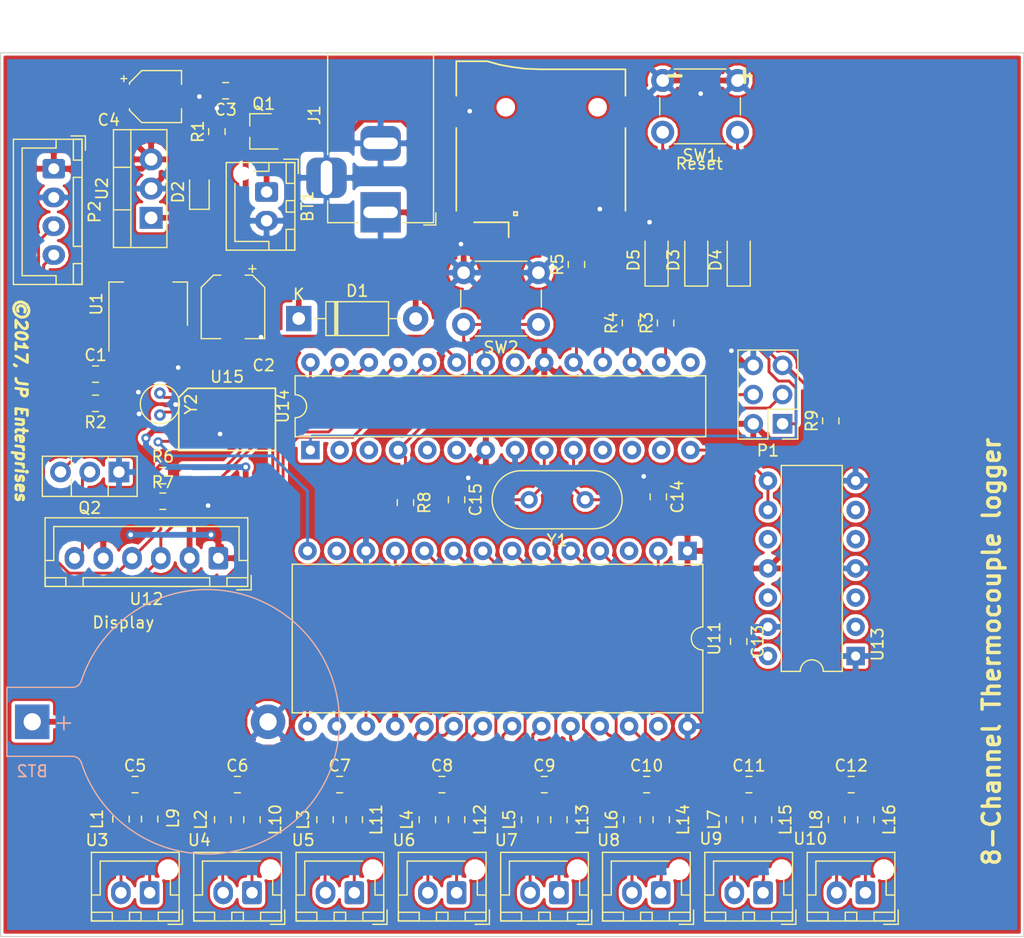
<source format=kicad_pcb>
(kicad_pcb (version 20171130) (host pcbnew "(5.0.2-4-gb601aea34)")
  (title_block (title "8-Channel Thermocouple datalogger") (date 2017-07-29) (rev ca9ed02408) (company "JP Enterprises"))
  (layers (0 F.Cu signal) (31 B.Cu signal) (34 B.Paste user) (35 F.Paste user) (36 B.SilkS user) (37 F.SilkS user) (38 B.Mask user) (39 F.Mask user) (44 Edge.Cuts user))
  (net 0 "")
  (net 1 GND)
  (net 2 "Net-(BT2-Pad1)")
  (net 3 5V0)
  (net 4 3V3)
  (net 5 9V0)
  (net 6 "/Thermocouple connectors/SB1")
  (net 7 "/Thermocouple connectors/SA1")
  (net 8 "/Thermocouple connectors/SA2")
  (net 9 "/Thermocouple connectors/SB2")
  (net 10 "/Thermocouple connectors/SB3")
  (net 11 "/Thermocouple connectors/SA3")
  (net 12 "/Thermocouple connectors/SA4")
  (net 13 "/Thermocouple connectors/SB4")
  (net 14 "/Thermocouple connectors/SB5")
  (net 15 "/Thermocouple connectors/SA5")
  (net 16 "/Thermocouple connectors/SA6")
  (net 17 "/Thermocouple connectors/SB6")
  (net 18 "/Thermocouple connectors/SB7")
  (net 19 "/Thermocouple connectors/SA7")
  (net 20 "/Thermocouple connectors/SA8")
  (net 21 "/Thermocouple connectors/SB8")
  (net 22 DB_MUX)
  (net 23 "Net-(C14-Pad2)")
  (net 24 "Net-(C15-Pad2)")
  (net 25 "Net-(D2-Pad2)")
  (net 26 "Net-(D3-Pad1)")
  (net 27 "Net-(D4-Pad1)")
  (net 28 "Net-(D5-Pad1)")
  (net 29 "Net-(L1-Pad2)")
  (net 30 "Net-(L2-Pad2)")
  (net 31 "Net-(L3-Pad2)")
  (net 32 "Net-(L4-Pad2)")
  (net 33 "Net-(L5-Pad2)")
  (net 34 "Net-(L6-Pad2)")
  (net 35 "Net-(L7-Pad2)")
  (net 36 "Net-(L8-Pad2)")
  (net 37 "Net-(L9-Pad1)")
  (net 38 "Net-(L10-Pad1)")
  (net 39 "Net-(L11-Pad1)")
  (net 40 "Net-(L12-Pad1)")
  (net 41 "Net-(L13-Pad1)")
  (net 42 "Net-(L14-Pad1)")
  (net 43 "Net-(L15-Pad1)")
  (net 44 "Net-(L16-Pad1)")
  (net 45 RESET)
  (net 46 MOSI)
  (net 47 SCK)
  (net 48 MISO)
  (net 49 SCL)
  (net 50 SDA)
  (net 51 "Net-(Q2-Pad3)")
  (net 52 "Net-(Q2-Pad2)")
  (net 53 B_LIGHT)
  (net 54 SS)
  (net 55 SLCT0)
  (net 56 SLCT1)
  (net 57 SLCT2)
  (net 58 TEMP)
  (net 59 "Net-(U13-Pad6)")
  (net 60 "Net-(U13-Pad12)")
  (net 61 "Net-(U13-Pad5)")
  (net 62 "Net-(U13-Pad10)")
  (net 63 "Net-(U13-Pad3)")
  (net 64 "Net-(U13-Pad2)")
  (net 65 "Net-(U14-Pad15)")
  (net 66 "Net-(U14-Pad2)")
  (net 67 "Net-(U14-Pad3)")
  (net 68 "Net-(U14-Pad5)")
  (net 69 "Net-(U14-Pad6)")
  (net 70 "Net-(U14-Pad21)")
  (net 71 "Net-(U14-Pad11)")
  (net 72 "Net-(U14-Pad12)")
  (net 73 "Net-(U14-Pad13)")
  (net 74 "Net-(U15-Pad7)")
  (net 75 "Net-(XS1-Pad1)")
  (net 76 "Net-(XS1-Pad8)")
  (net 77 "Net-(XS1-Pad9)")
  (net 78 /Thermocouple_PSU/Supply)
  (net 79 "Net-(R8-Pad1)")
  (net 80 "Net-(U15-Pad2)")
  (net 81 "Net-(U15-Pad1)")
  (module JP_ICs:DS1307 (layer F.Cu) (at 113.665 104.267 270)
    (fp_text reference U15 (at -3.705 0) (layer F.SilkS))
    (fp_text value DS1307+)
    (pad 8 smd rect (at -1.905 -2.6 270) (size 0.6 2.2) (layers F.Cu F.Paste F.Mask) (net 3 5V0))
    (pad 1 smd rect (at -1.905 2.6 270) (size 0.6 2.2) (layers F.Cu F.Paste F.Mask) (net 81 "Net-(U15-Pad1)"))
    (pad 7 smd rect (at -0.635 -2.6 270) (size 0.6 2.2) (layers F.Cu F.Paste F.Mask) (net 74 "Net-(U15-Pad7)"))
    (pad 2 smd rect (at -0.635 2.6 270) (size 0.6 2.2) (layers F.Cu F.Paste F.Mask) (net 80 "Net-(U15-Pad2)"))
    (pad 6 smd rect (at 0.635 -2.6 270) (size 0.6 2.2) (layers F.Cu F.Paste F.Mask) (net 49 SCL))
    (pad 3 smd rect (at 0.635 2.6 270) (size 0.6 2.2) (layers F.Cu F.Paste F.Mask) (net 2 "Net-(BT2-Pad1)"))
    (pad 5 smd rect (at 1.905 -2.6 270) (size 0.6 2.2) (layers F.Cu F.Paste F.Mask) (net 50 SDA))
    (pad 4 smd rect (at 1.905 2.6 270) (size 0.6 2.2) (layers F.Cu F.Paste F.Mask) (net 1 GND))
  )
  (module JP_Connectors:Conn_uSDcard (layer F.Cu) (at 140.927 77.13 180)
    (fp_text reference XS1)
    (fp_text value SD_ebay-uSD-push/push_SMD)
    (pad 6 smd rect (at 7.75 -0.4 180) (size 1.2 2.2) (layers F.Cu F.Paste F.Mask) (net 1 GND))
    (pad 6 smd rect (at -7.75 -0.4 180) (size 1.2 2.2) (layers F.Cu F.Paste F.Mask) (net 1 GND))
    (pad 6 smd rect (at 6.85 -10 180) (size 1.6 1.4) (layers F.Cu F.Paste F.Mask) (net 1 GND))
    (pad 6 smd rect (at -7.75 -10 180) (size 1.2 1.4) (layers F.Cu F.Paste F.Mask) (net 1 GND))
    (pad 9 smd rect (at -6.6 -10.5 180) (size 0.7 1.6) (layers F.Cu F.Paste F.Mask) (net 77 "Net-(XS1-Pad9)"))
    (pad 7 smd rect (at -4.4 -10.5 180) (size 0.7 1.6) (layers F.Cu F.Paste F.Mask) (net 48 MISO))
    (pad 8 smd rect (at -5.5 -10.5 180) (size 0.7 1.6) (layers F.Cu F.Paste F.Mask) (net 76 "Net-(XS1-Pad8)"))
    (pad 6 smd rect (at -3.3 -10.5 180) (size 0.7 1.6) (layers F.Cu F.Paste F.Mask) (net 1 GND))
    (pad 5 smd rect (at -2.2 -10.5 180) (size 0.7 1.6) (layers F.Cu F.Paste F.Mask) (net 28 "Net-(D5-Pad1)"))
    (pad 4 smd rect (at -1.1 -10.5 180) (size 0.7 1.6) (layers F.Cu F.Paste F.Mask) (net 4 3V3))
    (pad 1 smd rect (at 2.2 -10.5 180) (size 0.7 1.6) (layers F.Cu F.Paste F.Mask) (net 75 "Net-(XS1-Pad1)"))
    (pad 2 smd rect (at 1.1 -10.5 180) (size 0.7 1.6) (layers F.Cu F.Paste F.Mask) (net 27 "Net-(D4-Pad1)"))
    (pad "" np_thru_hole circle (at 3.05 0 180) (size 1 1) (drill 1) (layers *.Cu))
    (pad "" np_thru_hole circle (at -4.93 0 180) (size 1 1) (drill 1) (layers *.Cu))
    (pad 3 smd rect (at 0 -10.5 180) (size 0.7 1.6) (layers F.Cu F.Paste F.Mask) (net 26 "Net-(D3-Pad1)"))
  )
  (module Connector_BarrelJack:BarrelJack_Horizontal (layer F.Cu) (at 127 86.264 270)
    (fp_text reference J1 (at -8.45 5.75 270) (layer F.SilkS))
    (fp_text value Barrel_Jack)
    (pad 3 thru_hole roundrect (at -3 4.7 270) (size 3.5 3.5) (drill oval 3 1) (layers *.Cu *.Mask) (net 1 GND))
    (pad 2 thru_hole roundrect (at -6 0 270) (size 3 3.5) (drill oval 1 3) (layers *.Cu *.Mask) (net 1 GND))
    (pad 1 thru_hole rect (at 0 0 270) (size 3.5 3.5) (drill oval 1 3) (layers *.Cu *.Mask) (net 78 /Thermocouple_PSU/Supply))
  )
  (module Battery:BatteryHolder_Keystone_103_1x20mm (layer B.Cu) (at 96.731 130.556)
    (fp_text reference BT2 (at 0 4.3) (layer B.SilkS) (effects (justify mirror)))
    (fp_text value Battery)
    (fp_text user + (at 2.75 0) (layer B.SilkS) (effects (font (size 1.5 1.5)) (justify mirror)))
    (pad 1 thru_hole rect (at 0 0) (size 3 3) (drill 1.5) (layers *.Cu *.Mask) (net 2 "Net-(BT2-Pad1)"))
    (pad 2 thru_hole circle (at 20.49 0) (size 3 3) (drill 1.5) (layers *.Cu *.Mask) (net 1 GND))
  )
  (module Package_TO_SOT_THT:TO-126-3_Vertical (layer F.Cu) (at 104.267 108.839 180)
    (fp_text reference Q2 (at 2.54 -3.12 180) (layer F.SilkS))
    (fp_text value BD139)
    (pad 3 thru_hole oval (at 5.08 0 180) (size 1.8 1.8) (drill 1) (layers *.Cu *.Mask) (net 51 "Net-(Q2-Pad3)"))
    (pad 2 thru_hole oval (at 2.54 0 180) (size 1.8 1.8) (drill 1) (layers *.Cu *.Mask) (net 52 "Net-(Q2-Pad2)"))
    (pad 1 thru_hole rect (at 0 0 180) (size 1.8 1.8) (drill 1) (layers *.Cu *.Mask) (net 1 GND))
  )
  (module Package_DIP:DIP-14_W7.62mm (layer F.Cu) (at 168.275 124.841 180)
    (fp_text reference U13 (at -1.905 1.016 270) (layer F.SilkS))
    (fp_text value AD595)
    (pad 14 thru_hole oval (at 7.62 0 180) (size 1.6 1.6) (drill 0.8) (layers *.Cu *.Mask) (net 22 DB_MUX))
    (pad 7 thru_hole oval (at 0 15.24 180) (size 1.6 1.6) (drill 0.8) (layers *.Cu *.Mask) (net 1 GND))
    (pad 13 thru_hole oval (at 7.62 2.54 180) (size 1.6 1.6) (drill 0.8) (layers *.Cu *.Mask) (net 1 GND))
    (pad 6 thru_hole oval (at 0 12.7 180) (size 1.6 1.6) (drill 0.8) (layers *.Cu *.Mask) (net 59 "Net-(U13-Pad6)"))
    (pad 12 thru_hole oval (at 7.62 5.08 180) (size 1.6 1.6) (drill 0.8) (layers *.Cu *.Mask) (net 60 "Net-(U13-Pad12)"))
    (pad 5 thru_hole oval (at 0 10.16 180) (size 1.6 1.6) (drill 0.8) (layers *.Cu *.Mask) (net 61 "Net-(U13-Pad5)"))
    (pad 11 thru_hole oval (at 7.62 7.62 180) (size 1.6 1.6) (drill 0.8) (layers *.Cu *.Mask) (net 3 5V0))
    (pad 4 thru_hole oval (at 0 7.62 180) (size 1.6 1.6) (drill 0.8) (layers *.Cu *.Mask) (net 1 GND))
    (pad 10 thru_hole oval (at 7.62 10.16 180) (size 1.6 1.6) (drill 0.8) (layers *.Cu *.Mask) (net 62 "Net-(U13-Pad10)"))
    (pad 3 thru_hole oval (at 0 5.08 180) (size 1.6 1.6) (drill 0.8) (layers *.Cu *.Mask) (net 63 "Net-(U13-Pad3)"))
    (pad 9 thru_hole oval (at 7.62 12.7 180) (size 1.6 1.6) (drill 0.8) (layers *.Cu *.Mask) (net 58 TEMP))
    (pad 2 thru_hole oval (at 0 2.54 180) (size 1.6 1.6) (drill 0.8) (layers *.Cu *.Mask) (net 64 "Net-(U13-Pad2)"))
    (pad 8 thru_hole oval (at 7.62 15.24 180) (size 1.6 1.6) (drill 0.8) (layers *.Cu *.Mask) (net 58 TEMP))
    (pad 1 thru_hole rect (at 0 0 180) (size 1.6 1.6) (drill 0.8) (layers *.Cu *.Mask) (net 1 GND))
  )
  (module Diode_THT:D_DO-41_SOD81_P10.16mm_Horizontal (layer F.Cu) (at 119.888 95.504)
    (fp_text reference D1 (at 5.08 -2.41) (layer F.SilkS))
    (fp_text value 1N4007)
    (fp_text user K (at 0 -2.1) (layer F.SilkS))
    (pad 2 thru_hole oval (at 10.16 0) (size 2.2 2.2) (drill 1.1) (layers *.Cu *.Mask) (net 78 /Thermocouple_PSU/Supply))
    (pad 1 thru_hole rect (at 0 0) (size 2.2 2.2) (drill 1.1) (layers *.Cu *.Mask) (net 5 9V0))
  )
  (module Button_Switch_THT:SW_PUSH_6mm_H5mm (layer F.Cu) (at 140.716 96.012 180)
    (fp_text reference SW2 (at 3.25 -2 180) (layer F.SilkS))
    (fp_text value SW_Push)
    (pad 1 thru_hole circle (at 6.5 0 270) (size 2 2) (drill 1.1) (layers *.Cu *.Mask) (net 79 "Net-(R8-Pad1)"))
    (pad 2 thru_hole circle (at 6.5 4.5 270) (size 2 2) (drill 1.1) (layers *.Cu *.Mask) (net 1 GND))
    (pad 1 thru_hole circle (at 0 0 270) (size 2 2) (drill 1.1) (layers *.Cu *.Mask) (net 79 "Net-(R8-Pad1)"))
    (pad 2 thru_hole circle (at 0 4.5 270) (size 2 2) (drill 1.1) (layers *.Cu *.Mask) (net 1 GND))
  )
  (module Button_Switch_THT:SW_PUSH_6mm_H5mm (layer F.Cu) (at 158.011 79.303 180)
    (fp_text reference SW1 (at 3.25 -2 180) (layer F.SilkS))
    (fp_text value SW_Push)
    (pad 1 thru_hole circle (at 6.5 0 270) (size 2 2) (drill 1.1) (layers *.Cu *.Mask) (net 45 RESET))
    (pad 2 thru_hole circle (at 6.5 4.5 270) (size 2 2) (drill 1.1) (layers *.Cu *.Mask) (net 1 GND))
    (pad 1 thru_hole circle (at 0 0 270) (size 2 2) (drill 1.1) (layers *.Cu *.Mask) (net 45 RESET))
    (pad 2 thru_hole circle (at 0 4.5 270) (size 2 2) (drill 1.1) (layers *.Cu *.Mask) (net 1 GND))
  )
  (module Connector_PinHeader_2.54mm:PinHeader_2x03_P2.54mm_Vertical (layer F.Cu) (at 161.925 104.648 180)
    (fp_text reference P1 (at 1.27 -2.33 180) (layer F.SilkS))
    (fp_text value CONN_02X03)
    (pad 6 thru_hole oval (at 2.54 5.08 180) (size 1.7 1.7) (drill 1) (layers *.Cu *.Mask) (net 1 GND))
    (pad 5 thru_hole oval (at 0 5.08 180) (size 1.7 1.7) (drill 1) (layers *.Cu *.Mask) (net 45 RESET))
    (pad 4 thru_hole oval (at 2.54 2.54 180) (size 1.7 1.7) (drill 1) (layers *.Cu *.Mask) (net 46 MOSI))
    (pad 3 thru_hole oval (at 0 2.54 180) (size 1.7 1.7) (drill 1) (layers *.Cu *.Mask) (net 47 SCK))
    (pad 2 thru_hole oval (at 2.54 0 180) (size 1.7 1.7) (drill 1) (layers *.Cu *.Mask) (net 3 5V0))
    (pad 1 thru_hole rect (at 0 0 180) (size 1.7 1.7) (drill 1) (layers *.Cu *.Mask) (net 48 MISO))
  )
  (module Connector_JST:JST_XH_B06B-XH-A_1x06_P2.50mm_Vertical (layer F.Cu) (at 112.903 116.332 180)
    (fp_text reference U12 (at 6.25 -3.55 180) (layer F.SilkS))
    (fp_text value I2C_20x4_DISPLAY)
    (pad 6 thru_hole oval (at 12.5 0 180) (size 1.7 1.95) (drill 0.95) (layers *.Cu *.Mask) (net 52 "Net-(Q2-Pad2)"))
    (pad 5 thru_hole oval (at 10 0 180) (size 1.7 1.95) (drill 0.95) (layers *.Cu *.Mask) (net 3 5V0))
    (pad 4 thru_hole oval (at 7.5 0 180) (size 1.7 1.95) (drill 0.95) (layers *.Cu *.Mask) (net 49 SCL))
    (pad 3 thru_hole oval (at 5 0 180) (size 1.7 1.95) (drill 0.95) (layers *.Cu *.Mask) (net 50 SDA))
    (pad 2 thru_hole oval (at 2.5 0 180) (size 1.7 1.95) (drill 0.95) (layers *.Cu *.Mask) (net 1 GND))
    (pad 1 thru_hole roundrect (at 0 0 180) (size 1.7 1.95) (drill 0.95) (layers *.Cu *.Mask) (roundrect_rratio 0.147059) (net 3 5V0))
  )
  (module Package_TO_SOT_SMD:SOT-223 (layer F.Cu) (at 106.807 94.234 90)
    (fp_text reference U1 (at 0 -4.5 90) (layer F.SilkS))
    (fp_text value LM3940)
    (pad 1 smd rect (at -3.15 -2.3 90) (size 2 1.5) (layers F.Cu F.Paste F.Mask) (net 3 5V0))
    (pad 3 smd rect (at -3.15 2.3 90) (size 2 1.5) (layers F.Cu F.Paste F.Mask) (net 4 3V3))
    (pad 2 smd rect (at -3.15 0 90) (size 2 1.5) (layers F.Cu F.Paste F.Mask) (net 1 GND))
    (pad 4 smd rect (at 3.15 0 90) (size 2 3.8) (layers F.Cu F.Paste F.Mask))
  )
  (module Capacitor_SMD:CP_Elec_5x5.3 (layer F.Cu) (at 114.173 94.488 270)
    (fp_text reference C2 (at 5.08 -2.667 180) (layer F.SilkS))
    (fp_text value 47uF)
    (pad 2 smd roundrect (at 2.2 0 270) (size 3 1.6) (layers F.Cu F.Paste F.Mask) (roundrect_rratio 0.15625) (net 1 GND))
    (pad 1 smd roundrect (at -2.2 0 270) (size 3 1.6) (layers F.Cu F.Paste F.Mask) (roundrect_rratio 0.15625) (net 4 3V3))
  )
  (module Package_TO_SOT_THT:TO-220-3_Vertical (layer F.Cu) (at 107.061 86.741 90)
    (fp_text reference U2 (at 2.54 -4.27 90) (layer F.SilkS))
    (fp_text value 7805)
    (pad 3 thru_hole oval (at 5.08 0 90) (size 1.905 2) (drill 1.1) (layers *.Cu *.Mask) (net 3 5V0))
    (pad 2 thru_hole oval (at 2.54 0 90) (size 1.905 2) (drill 1.1) (layers *.Cu *.Mask) (net 1 GND))
    (pad 1 thru_hole rect (at 0 0 90) (size 1.905 2) (drill 1.1) (layers *.Cu *.Mask) (net 5 9V0))
  )
  (module Package_TO_SOT_SMD:TSOT-23 (layer F.Cu) (at 116.586 79.248 180)
    (fp_text reference Q1 (at -0.254 2.413 180) (layer F.SilkS))
    (fp_text value BS250)
    (pad 3 smd rect (at 1.31 0 180) (size 1.22 0.65) (layers F.Cu F.Paste F.Mask) (net 5 9V0))
    (pad 2 smd rect (at -1.31 0.95 180) (size 1.22 0.65) (layers F.Cu F.Paste F.Mask) (net 25 "Net-(D2-Pad2)"))
    (pad 1 smd rect (at -1.31 -0.95 180) (size 1.22 0.65) (layers F.Cu F.Paste F.Mask) (net 78 /Thermocouple_PSU/Supply))
  )
  (module Connector_JST:JST_XH_B02B-XH-AM_1x02_P2.50mm_Vertical (layer F.Cu) (at 106.934 145.415 180)
    (fp_text reference U3 (at 4.572 4.572 180) (layer F.SilkS))
    (fp_text value TC_Connector)
    (pad "" np_thru_hole circle (at -1.6 2 180) (size 1.2 1.2) (drill 1.2) (layers *.Cu *.Mask))
    (pad 2 thru_hole oval (at 2.5 0 180) (size 1.7 2) (drill 1) (layers *.Cu *.Mask) (net 29 "Net-(L1-Pad2)"))
    (pad 1 thru_hole roundrect (at 0 0 180) (size 1.7 2) (drill 1) (layers *.Cu *.Mask) (roundrect_rratio 0.147059) (net 37 "Net-(L9-Pad1)"))
  )
  (module Connector_JST:JST_XH_B02B-XH-AM_1x02_P2.50mm_Vertical (layer F.Cu) (at 115.824 145.415 180)
    (fp_text reference U4 (at 4.572 4.572 180) (layer F.SilkS))
    (fp_text value TC_Connector)
    (pad "" np_thru_hole circle (at -1.6 2 180) (size 1.2 1.2) (drill 1.2) (layers *.Cu *.Mask))
    (pad 2 thru_hole oval (at 2.5 0 180) (size 1.7 2) (drill 1) (layers *.Cu *.Mask) (net 30 "Net-(L2-Pad2)"))
    (pad 1 thru_hole roundrect (at 0 0 180) (size 1.7 2) (drill 1) (layers *.Cu *.Mask) (roundrect_rratio 0.147059) (net 38 "Net-(L10-Pad1)"))
  )
  (module Connector_JST:JST_XH_B02B-XH-AM_1x02_P2.50mm_Vertical (layer F.Cu) (at 124.714 145.415 180)
    (fp_text reference U5 (at 4.445 4.572 180) (layer F.SilkS))
    (fp_text value TC_Connector)
    (pad "" np_thru_hole circle (at -1.6 2 180) (size 1.2 1.2) (drill 1.2) (layers *.Cu *.Mask))
    (pad 2 thru_hole oval (at 2.5 0 180) (size 1.7 2) (drill 1) (layers *.Cu *.Mask) (net 31 "Net-(L3-Pad2)"))
    (pad 1 thru_hole roundrect (at 0 0 180) (size 1.7 2) (drill 1) (layers *.Cu *.Mask) (roundrect_rratio 0.147059) (net 39 "Net-(L11-Pad1)"))
  )
  (module Connector_JST:JST_XH_B02B-XH-AM_1x02_P2.50mm_Vertical (layer F.Cu) (at 133.604 145.415 180)
    (fp_text reference U6 (at 4.572 4.572 180) (layer F.SilkS))
    (fp_text value TC_Connector)
    (pad "" np_thru_hole circle (at -1.6 2 180) (size 1.2 1.2) (drill 1.2) (layers *.Cu *.Mask))
    (pad 2 thru_hole oval (at 2.5 0 180) (size 1.7 2) (drill 1) (layers *.Cu *.Mask) (net 32 "Net-(L4-Pad2)"))
    (pad 1 thru_hole roundrect (at 0 0 180) (size 1.7 2) (drill 1) (layers *.Cu *.Mask) (roundrect_rratio 0.147059) (net 40 "Net-(L12-Pad1)"))
  )
  (module Connector_JST:JST_XH_B02B-XH-AM_1x02_P2.50mm_Vertical (layer F.Cu) (at 142.494 145.415 180)
    (fp_text reference U7 (at 4.572 4.572 180) (layer F.SilkS))
    (fp_text value TC_Connector)
    (pad "" np_thru_hole circle (at -1.6 2 180) (size 1.2 1.2) (drill 1.2) (layers *.Cu *.Mask))
    (pad 2 thru_hole oval (at 2.5 0 180) (size 1.7 2) (drill 1) (layers *.Cu *.Mask) (net 33 "Net-(L5-Pad2)"))
    (pad 1 thru_hole roundrect (at 0 0 180) (size 1.7 2) (drill 1) (layers *.Cu *.Mask) (roundrect_rratio 0.147059) (net 41 "Net-(L13-Pad1)"))
  )
  (module Connector_JST:JST_XH_B02B-XH-AM_1x02_P2.50mm_Vertical (layer F.Cu) (at 151.344 145.415 180)
    (fp_text reference U8 (at 4.532 4.572 180) (layer F.SilkS))
    (fp_text value TC_Connector)
    (pad "" np_thru_hole circle (at -1.6 2 180) (size 1.2 1.2) (drill 1.2) (layers *.Cu *.Mask))
    (pad 2 thru_hole oval (at 2.5 0 180) (size 1.7 2) (drill 1) (layers *.Cu *.Mask) (net 34 "Net-(L6-Pad2)"))
    (pad 1 thru_hole roundrect (at 0 0 180) (size 1.7 2) (drill 1) (layers *.Cu *.Mask) (roundrect_rratio 0.147059) (net 42 "Net-(L14-Pad1)"))
  )
  (module Connector_JST:JST_XH_B02B-XH-AM_1x02_P2.50mm_Vertical (layer F.Cu) (at 160.234 145.415 180)
    (fp_text reference U9 (at 4.532 4.699 180) (layer F.SilkS))
    (fp_text value TC_Connector)
    (pad "" np_thru_hole circle (at -1.6 2 180) (size 1.2 1.2) (drill 1.2) (layers *.Cu *.Mask))
    (pad 2 thru_hole oval (at 2.5 0 180) (size 1.7 2) (drill 1) (layers *.Cu *.Mask) (net 35 "Net-(L7-Pad2)"))
    (pad 1 thru_hole roundrect (at 0 0 180) (size 1.7 2) (drill 1) (layers *.Cu *.Mask) (roundrect_rratio 0.147059) (net 43 "Net-(L15-Pad1)"))
  )
  (module Connector_JST:JST_XH_B02B-XH-AM_1x02_P2.50mm_Vertical (layer F.Cu) (at 169.124 145.415 180)
    (fp_text reference U10 (at 4.786 4.699 180) (layer F.SilkS))
    (fp_text value TC_Connector)
    (pad "" np_thru_hole circle (at -1.6 2 180) (size 1.2 1.2) (drill 1.2) (layers *.Cu *.Mask))
    (pad 2 thru_hole oval (at 2.5 0 180) (size 1.7 2) (drill 1) (layers *.Cu *.Mask) (net 36 "Net-(L8-Pad2)"))
    (pad 1 thru_hole roundrect (at 0 0 180) (size 1.7 2) (drill 1) (layers *.Cu *.Mask) (roundrect_rratio 0.147059) (net 44 "Net-(L16-Pad1)"))
  )
  (module Connector_JST:JST_XH_B02B-XH-AM_1x02_P2.50mm_Vertical (layer F.Cu) (at 117.094 84.495 270)
    (fp_text reference BT1 (at 1.25 -3.55 270) (layer F.SilkS))
    (fp_text value 9V)
    (pad "" np_thru_hole circle (at -1.6 2 270) (size 1.2 1.2) (drill 1.2) (layers *.Cu *.Mask))
    (pad 2 thru_hole oval (at 2.5 0 270) (size 1.7 2) (drill 1) (layers *.Cu *.Mask) (net 1 GND))
    (pad 1 thru_hole roundrect (at 0 0 270) (size 1.7 2) (drill 1) (layers *.Cu *.Mask) (roundrect_rratio 0.147059) (net 78 /Thermocouple_PSU/Supply))
  )
  (module Crystal:Crystal_Round_D3.0mm_Vertical (layer F.Cu) (at 107.823 101.986 270)
    (fp_text reference Y2 (at 0.95 -2.7 270) (layer F.SilkS))
    (fp_text value 32.768kHz)
    (pad 2 thru_hole circle (at 1.9 0 270) (size 1 1) (drill 0.5) (layers *.Cu *.Mask) (net 80 "Net-(U15-Pad2)"))
    (pad 1 thru_hole circle (at 0 0 270) (size 1 1) (drill 0.5) (layers *.Cu *.Mask) (net 81 "Net-(U15-Pad1)"))
  )
  (module Package_DIP:DIP-28_W7.62mm (layer F.Cu) (at 120.904 106.934 90)
    (fp_text reference U14 (at 3.81 -2.39 90) (layer F.SilkS))
    (fp_text value ATMEGA328P-PU)
    (pad 28 thru_hole oval (at 7.62 0 90) (size 1.6 1.6) (drill 0.8) (layers *.Cu *.Mask) (net 49 SCL))
    (pad 14 thru_hole oval (at 0 33.02 90) (size 1.6 1.6) (drill 0.8) (layers *.Cu *.Mask) (net 58 TEMP))
    (pad 27 thru_hole oval (at 7.62 2.54 90) (size 1.6 1.6) (drill 0.8) (layers *.Cu *.Mask) (net 50 SDA))
    (pad 13 thru_hole oval (at 0 30.48 90) (size 1.6 1.6) (drill 0.8) (layers *.Cu *.Mask) (net 73 "Net-(U14-Pad13)"))
    (pad 26 thru_hole oval (at 7.62 5.08 90) (size 1.6 1.6) (drill 0.8) (layers *.Cu *.Mask) (net 57 SLCT2))
    (pad 12 thru_hole oval (at 0 27.94 90) (size 1.6 1.6) (drill 0.8) (layers *.Cu *.Mask) (net 72 "Net-(U14-Pad12)"))
    (pad 25 thru_hole oval (at 7.62 7.62 90) (size 1.6 1.6) (drill 0.8) (layers *.Cu *.Mask) (net 56 SLCT1))
    (pad 11 thru_hole oval (at 0 25.4 90) (size 1.6 1.6) (drill 0.8) (layers *.Cu *.Mask) (net 71 "Net-(U14-Pad11)"))
    (pad 24 thru_hole oval (at 7.62 10.16 90) (size 1.6 1.6) (drill 0.8) (layers *.Cu *.Mask) (net 55 SLCT0))
    (pad 10 thru_hole oval (at 0 22.86 90) (size 1.6 1.6) (drill 0.8) (layers *.Cu *.Mask) (net 23 "Net-(C14-Pad2)"))
    (pad 23 thru_hole oval (at 7.62 12.7 90) (size 1.6 1.6) (drill 0.8) (layers *.Cu *.Mask) (net 53 B_LIGHT))
    (pad 9 thru_hole oval (at 0 20.32 90) (size 1.6 1.6) (drill 0.8) (layers *.Cu *.Mask) (net 24 "Net-(C15-Pad2)"))
    (pad 22 thru_hole oval (at 7.62 15.24 90) (size 1.6 1.6) (drill 0.8) (layers *.Cu *.Mask) (net 1 GND))
    (pad 8 thru_hole oval (at 0 17.78 90) (size 1.6 1.6) (drill 0.8) (layers *.Cu *.Mask) (net 1 GND))
    (pad 21 thru_hole oval (at 7.62 17.78 90) (size 1.6 1.6) (drill 0.8) (layers *.Cu *.Mask) (net 70 "Net-(U14-Pad21)"))
    (pad 7 thru_hole oval (at 0 15.24 90) (size 1.6 1.6) (drill 0.8) (layers *.Cu *.Mask) (net 3 5V0))
    (pad 20 thru_hole oval (at 7.62 20.32 90) (size 1.6 1.6) (drill 0.8) (layers *.Cu *.Mask) (net 3 5V0))
    (pad 6 thru_hole oval (at 0 12.7 90) (size 1.6 1.6) (drill 0.8) (layers *.Cu *.Mask) (net 69 "Net-(U14-Pad6)"))
    (pad 19 thru_hole oval (at 7.62 22.86 90) (size 1.6 1.6) (drill 0.8) (layers *.Cu *.Mask) (net 47 SCK))
    (pad 5 thru_hole oval (at 0 10.16 90) (size 1.6 1.6) (drill 0.8) (layers *.Cu *.Mask) (net 68 "Net-(U14-Pad5)"))
    (pad 18 thru_hole oval (at 7.62 25.4 90) (size 1.6 1.6) (drill 0.8) (layers *.Cu *.Mask) (net 48 MISO))
    (pad 4 thru_hole oval (at 0 7.62 90) (size 1.6 1.6) (drill 0.8) (layers *.Cu *.Mask) (net 79 "Net-(R8-Pad1)"))
    (pad 17 thru_hole oval (at 7.62 27.94 90) (size 1.6 1.6) (drill 0.8) (layers *.Cu *.Mask) (net 46 MOSI))
    (pad 3 thru_hole oval (at 0 5.08 90) (size 1.6 1.6) (drill 0.8) (layers *.Cu *.Mask) (net 67 "Net-(U14-Pad3)"))
    (pad 16 thru_hole oval (at 7.62 30.48 90) (size 1.6 1.6) (drill 0.8) (layers *.Cu *.Mask) (net 54 SS))
    (pad 2 thru_hole oval (at 0 2.54 90) (size 1.6 1.6) (drill 0.8) (layers *.Cu *.Mask) (net 66 "Net-(U14-Pad2)"))
    (pad 15 thru_hole oval (at 7.62 33.02 90) (size 1.6 1.6) (drill 0.8) (layers *.Cu *.Mask) (net 65 "Net-(U14-Pad15)"))
    (pad 1 thru_hole rect (at 0 0 90) (size 1.6 1.6) (drill 0.8) (layers *.Cu *.Mask) (net 45 RESET))
  )
  (module Package_DIP:DIP-28_W15.24mm (layer F.Cu) (at 153.67 115.697 270)
    (fp_text reference U11 (at 7.62 -2.33 270) (layer F.SilkS))
    (fp_text value ADG407)
    (pad 28 thru_hole oval (at 15.24 0 270) (size 1.6 1.6) (drill 0.8) (layers *.Cu *.Mask) (net 1 GND))
    (pad 14 thru_hole oval (at 0 33.02 270) (size 1.6 1.6) (drill 0.8) (layers *.Cu *.Mask))
    (pad 27 thru_hole oval (at 15.24 2.54 270) (size 1.6 1.6) (drill 0.8) (layers *.Cu *.Mask))
    (pad 13 thru_hole oval (at 0 30.48 270) (size 1.6 1.6) (drill 0.8) (layers *.Cu *.Mask))
    (pad 26 thru_hole oval (at 15.24 5.08 270) (size 1.6 1.6) (drill 0.8) (layers *.Cu *.Mask) (net 20 "/Thermocouple connectors/SA8"))
    (pad 12 thru_hole oval (at 0 27.94 270) (size 1.6 1.6) (drill 0.8) (layers *.Cu *.Mask) (net 1 GND))
    (pad 25 thru_hole oval (at 15.24 7.62 270) (size 1.6 1.6) (drill 0.8) (layers *.Cu *.Mask) (net 19 "/Thermocouple connectors/SA7"))
    (pad 11 thru_hole oval (at 0 25.4 270) (size 1.6 1.6) (drill 0.8) (layers *.Cu *.Mask) (net 6 "/Thermocouple connectors/SB1"))
    (pad 24 thru_hole oval (at 15.24 10.16 270) (size 1.6 1.6) (drill 0.8) (layers *.Cu *.Mask) (net 16 "/Thermocouple connectors/SA6"))
    (pad 10 thru_hole oval (at 0 22.86 270) (size 1.6 1.6) (drill 0.8) (layers *.Cu *.Mask) (net 9 "/Thermocouple connectors/SB2"))
    (pad 23 thru_hole oval (at 15.24 12.7 270) (size 1.6 1.6) (drill 0.8) (layers *.Cu *.Mask) (net 15 "/Thermocouple connectors/SA5"))
    (pad 9 thru_hole oval (at 0 20.32 270) (size 1.6 1.6) (drill 0.8) (layers *.Cu *.Mask) (net 10 "/Thermocouple connectors/SB3"))
    (pad 22 thru_hole oval (at 15.24 15.24 270) (size 1.6 1.6) (drill 0.8) (layers *.Cu *.Mask) (net 12 "/Thermocouple connectors/SA4"))
    (pad 8 thru_hole oval (at 0 17.78 270) (size 1.6 1.6) (drill 0.8) (layers *.Cu *.Mask) (net 13 "/Thermocouple connectors/SB4"))
    (pad 21 thru_hole oval (at 15.24 17.78 270) (size 1.6 1.6) (drill 0.8) (layers *.Cu *.Mask) (net 11 "/Thermocouple connectors/SA3"))
    (pad 7 thru_hole oval (at 0 15.24 270) (size 1.6 1.6) (drill 0.8) (layers *.Cu *.Mask) (net 14 "/Thermocouple connectors/SB5"))
    (pad 20 thru_hole oval (at 15.24 20.32 270) (size 1.6 1.6) (drill 0.8) (layers *.Cu *.Mask) (net 8 "/Thermocouple connectors/SA2"))
    (pad 6 thru_hole oval (at 0 12.7 270) (size 1.6 1.6) (drill 0.8) (layers *.Cu *.Mask) (net 17 "/Thermocouple connectors/SB6"))
    (pad 19 thru_hole oval (at 15.24 22.86 270) (size 1.6 1.6) (drill 0.8) (layers *.Cu *.Mask) (net 7 "/Thermocouple connectors/SA1"))
    (pad 5 thru_hole oval (at 0 10.16 270) (size 1.6 1.6) (drill 0.8) (layers *.Cu *.Mask) (net 18 "/Thermocouple connectors/SB7"))
    (pad 18 thru_hole oval (at 15.24 25.4 270) (size 1.6 1.6) (drill 0.8) (layers *.Cu *.Mask) (net 3 5V0))
    (pad 4 thru_hole oval (at 0 7.62 270) (size 1.6 1.6) (drill 0.8) (layers *.Cu *.Mask) (net 21 "/Thermocouple connectors/SB8"))
    (pad 17 thru_hole oval (at 15.24 27.94 270) (size 1.6 1.6) (drill 0.8) (layers *.Cu *.Mask) (net 55 SLCT0))
    (pad 3 thru_hole oval (at 0 5.08 270) (size 1.6 1.6) (drill 0.8) (layers *.Cu *.Mask))
    (pad 16 thru_hole oval (at 15.24 30.48 270) (size 1.6 1.6) (drill 0.8) (layers *.Cu *.Mask) (net 56 SLCT1))
    (pad 2 thru_hole oval (at 0 2.54 270) (size 1.6 1.6) (drill 0.8) (layers *.Cu *.Mask) (net 22 DB_MUX))
    (pad 15 thru_hole oval (at 15.24 33.02 270) (size 1.6 1.6) (drill 0.8) (layers *.Cu *.Mask) (net 57 SLCT2))
    (pad 1 thru_hole rect (at 0 0 270) (size 1.6 1.6) (drill 0.8) (layers *.Cu *.Mask) (net 3 5V0))
  )
  (module Crystal:Crystal_HC49-U_Vertical (layer F.Cu) (at 144.78 111.252 180)
    (fp_text reference Y1 (at 2.44 -3.525 180) (layer F.SilkS))
    (fp_text value 16MHz)
    (pad 2 thru_hole circle (at 4.88 0 180) (size 1.5 1.5) (drill 0.8) (layers *.Cu *.Mask) (net 24 "Net-(C15-Pad2)"))
    (pad 1 thru_hole circle (at 0 0 180) (size 1.5 1.5) (drill 0.8) (layers *.Cu *.Mask) (net 23 "Net-(C14-Pad2)"))
  )
  (module Diode_SMD:D_SOD-323 (layer F.Cu) (at 111.252 84.502 90)
    (fp_text reference D2 (at 0 -1.85 90) (layer F.SilkS))
    (fp_text value 9V)
    (pad 2 smd rect (at 1.05 0 90) (size 0.6 0.45) (layers F.Cu F.Paste F.Mask) (net 25 "Net-(D2-Pad2)"))
    (pad 1 smd rect (at -1.05 0 90) (size 0.6 0.45) (layers F.Cu F.Paste F.Mask) (net 5 9V0))
  )
  (module Diode_SMD:D_SOD-123 (layer F.Cu) (at 158.115 90.424 90)
    (fp_text reference D4 (at 0 -2 90) (layer F.SilkS))
    (fp_text value 3.3V)
    (pad 2 smd rect (at 1.65 0 90) (size 0.9 1.2) (layers F.Cu F.Paste F.Mask) (net 1 GND))
    (pad 1 smd rect (at -1.65 0 90) (size 0.9 1.2) (layers F.Cu F.Paste F.Mask) (net 27 "Net-(D4-Pad1)"))
  )
  (module Diode_SMD:D_SOD-123 (layer F.Cu) (at 154.432 90.424 90)
    (fp_text reference D3 (at 0 -2 90) (layer F.SilkS))
    (fp_text value 3.3V)
    (pad 2 smd rect (at 1.65 0 90) (size 0.9 1.2) (layers F.Cu F.Paste F.Mask) (net 1 GND))
    (pad 1 smd rect (at -1.65 0 90) (size 0.9 1.2) (layers F.Cu F.Paste F.Mask) (net 26 "Net-(D3-Pad1)"))
  )
  (module Diode_SMD:D_SOD-123 (layer F.Cu) (at 150.9776 90.424 90)
    (fp_text reference D5 (at 0 -2 90) (layer F.SilkS))
    (fp_text value 3.3V)
    (pad 2 smd rect (at 1.65 0 90) (size 0.9 1.2) (layers F.Cu F.Paste F.Mask) (net 1 GND))
    (pad 1 smd rect (at -1.65 0 90) (size 0.9 1.2) (layers F.Cu F.Paste F.Mask) (net 28 "Net-(D5-Pad1)"))
  )
  (module Resistor_SMD:R_0805_2012Metric (layer F.Cu) (at 108.077 111.379)
    (fp_text reference R7 (at 0 -1.65) (layer F.SilkS))
    (fp_text value 10K)
    (pad 2 smd roundrect (at 0.9375 0) (size 0.975 1.4) (layers F.Cu F.Paste F.Mask) (net 50 SDA))
    (pad 1 smd roundrect (at -0.9375 0) (size 0.975 1.4) (layers F.Cu F.Paste F.Mask) (net 3 5V0))
  )
  (module Resistor_SMD:R_0805_2012Metric (layer F.Cu) (at 108.077 109.1565)
    (fp_text reference R6 (at 0 -1.65) (layer F.SilkS))
    (fp_text value 10K)
    (pad 2 smd roundrect (at 0.9375 0) (size 0.975 1.4) (layers F.Cu F.Paste F.Mask) (net 49 SCL))
    (pad 1 smd roundrect (at -0.9375 0) (size 0.975 1.4) (layers F.Cu F.Paste F.Mask) (net 3 5V0))
  )
  (module Resistor_SMD:R_0805_2012Metric (layer F.Cu) (at 129.159 111.506 270)
    (fp_text reference R8 (at 0 -1.65 270) (layer F.SilkS))
    (fp_text value 10K)
    (pad 2 smd roundrect (at 0.9375 0 270) (size 0.975 1.4) (layers F.Cu F.Paste F.Mask) (net 3 5V0))
    (pad 1 smd roundrect (at -0.9375 0 270) (size 0.975 1.4) (layers F.Cu F.Paste F.Mask) (net 79 "Net-(R8-Pad1)"))
  )
  (module Resistor_SMD:R_0805_2012Metric (layer F.Cu) (at 112.776 79.248 90)
    (fp_text reference R1 (at 0 -1.65 90) (layer F.SilkS))
    (fp_text value 10K)
    (pad 2 smd roundrect (at 0.9375 0 90) (size 0.975 1.4) (layers F.Cu F.Paste F.Mask) (net 1 GND))
    (pad 1 smd roundrect (at -0.9375 0 90) (size 0.975 1.4) (layers F.Cu F.Paste F.Mask) (net 25 "Net-(D2-Pad2)"))
  )
  (module Resistor_SMD:R_0805_2012Metric (layer F.Cu) (at 148.717 95.885 90)
    (fp_text reference R4 (at 0 -1.65 90) (layer F.SilkS))
    (fp_text value 220R)
    (pad 2 smd roundrect (at 0.9375 0 90) (size 0.975 1.4) (layers F.Cu F.Paste F.Mask) (net 26 "Net-(D3-Pad1)"))
    (pad 1 smd roundrect (at -0.9375 0 90) (size 0.975 1.4) (layers F.Cu F.Paste F.Mask) (net 46 MOSI))
  )
  (module Resistor_SMD:R_0805_2012Metric (layer F.Cu) (at 144.018 90.805 90)
    (fp_text reference R5 (at 0 -1.65 90) (layer F.SilkS))
    (fp_text value 220R)
    (pad 2 smd roundrect (at 0.9375 0 90) (size 0.975 1.4) (layers F.Cu F.Paste F.Mask) (net 28 "Net-(D5-Pad1)"))
    (pad 1 smd roundrect (at -0.9375 0 90) (size 0.975 1.4) (layers F.Cu F.Paste F.Mask) (net 47 SCK))
  )
  (module Resistor_SMD:R_0805_2012Metric (layer F.Cu) (at 151.765 95.885 90)
    (fp_text reference R3 (at 0 -1.65 90) (layer F.SilkS))
    (fp_text value 220R)
    (pad 2 smd roundrect (at 0.9375 0 90) (size 0.975 1.4) (layers F.Cu F.Paste F.Mask) (net 27 "Net-(D4-Pad1)"))
    (pad 1 smd roundrect (at -0.9375 0 90) (size 0.975 1.4) (layers F.Cu F.Paste F.Mask) (net 54 SS))
  )
  (module Resistor_SMD:R_0805_2012Metric (layer F.Cu) (at 102.235 102.87 180)
    (fp_text reference R2 (at 0 -1.65 180) (layer F.SilkS))
    (fp_text value 10K)
    (pad 2 smd roundrect (at 0.9375 0 180) (size 0.975 1.4) (layers F.Cu F.Paste F.Mask) (net 51 "Net-(Q2-Pad3)"))
    (pad 1 smd roundrect (at -0.9375 0 180) (size 0.975 1.4) (layers F.Cu F.Paste F.Mask) (net 53 B_LIGHT))
  )
  (module Inductor_SMD:L_0805_2012Metric (layer F.Cu) (at 142.494 139.065 90)
    (fp_text reference L13 (at 0 2.032 90) (layer F.SilkS))
    (fp_text value 150)
    (pad 2 smd roundrect (at 0.9375 0 90) (size 0.975 1.4) (layers F.Cu F.Paste F.Mask) (net 14 "/Thermocouple connectors/SB5"))
    (pad 1 smd roundrect (at -0.9375 0 90) (size 0.975 1.4) (layers F.Cu F.Paste F.Mask) (net 41 "Net-(L13-Pad1)"))
  )
  (module Inductor_SMD:L_0805_2012Metric (layer F.Cu) (at 157.734 139.065 270)
    (fp_text reference L7 (at 0 1.778 270) (layer F.SilkS))
    (fp_text value 150)
    (pad 2 smd roundrect (at 0.9375 0 270) (size 0.975 1.4) (layers F.Cu F.Paste F.Mask) (net 35 "Net-(L7-Pad2)"))
    (pad 1 smd roundrect (at -0.9375 0 270) (size 0.975 1.4) (layers F.Cu F.Paste F.Mask) (net 19 "/Thermocouple connectors/SA7"))
  )
  (module Inductor_SMD:L_0805_2012Metric (layer F.Cu) (at 106.934 139.0142 90)
    (fp_text reference L9 (at 0.0762 2.032 90) (layer F.SilkS))
    (fp_text value 150)
    (pad 2 smd roundrect (at 0.9375 0 90) (size 0.975 1.4) (layers F.Cu F.Paste F.Mask) (net 6 "/Thermocouple connectors/SB1"))
    (pad 1 smd roundrect (at -0.9375 0 90) (size 0.975 1.4) (layers F.Cu F.Paste F.Mask) (net 37 "Net-(L9-Pad1)"))
  )
  (module Inductor_SMD:L_0805_2012Metric (layer F.Cu) (at 104.4448 139.0142 270)
    (fp_text reference L1 (at 0 2.0828 270) (layer F.SilkS))
    (fp_text value 150)
    (pad 2 smd roundrect (at 0.9375 0 270) (size 0.975 1.4) (layers F.Cu F.Paste F.Mask) (net 29 "Net-(L1-Pad2)"))
    (pad 1 smd roundrect (at -0.9375 0 270) (size 0.975 1.4) (layers F.Cu F.Paste F.Mask) (net 7 "/Thermocouple connectors/SA1"))
  )
  (module Inductor_SMD:L_0805_2012Metric (layer F.Cu) (at 113.284 139.065 270)
    (fp_text reference L2 (at 0 1.905 270) (layer F.SilkS))
    (fp_text value 150)
    (pad 2 smd roundrect (at 0.9375 0 270) (size 0.975 1.4) (layers F.Cu F.Paste F.Mask) (net 30 "Net-(L2-Pad2)"))
    (pad 1 smd roundrect (at -0.9375 0 270) (size 0.975 1.4) (layers F.Cu F.Paste F.Mask) (net 8 "/Thermocouple connectors/SA2"))
  )
  (module Inductor_SMD:L_0805_2012Metric (layer F.Cu) (at 122.174 139.065 270)
    (fp_text reference L3 (at 0 1.905 270) (layer F.SilkS))
    (fp_text value 150)
    (pad 2 smd roundrect (at 0.9375 0 270) (size 0.975 1.4) (layers F.Cu F.Paste F.Mask) (net 31 "Net-(L3-Pad2)"))
    (pad 1 smd roundrect (at -0.9375 0 270) (size 0.975 1.4) (layers F.Cu F.Paste F.Mask) (net 11 "/Thermocouple connectors/SA3"))
  )
  (module Inductor_SMD:L_0805_2012Metric (layer F.Cu) (at 131.064 139.065 270)
    (fp_text reference L4 (at 0 1.778 270) (layer F.SilkS))
    (fp_text value 150)
    (pad 2 smd roundrect (at 0.9375 0 270) (size 0.975 1.4) (layers F.Cu F.Paste F.Mask) (net 32 "Net-(L4-Pad2)"))
    (pad 1 smd roundrect (at -0.9375 0 270) (size 0.975 1.4) (layers F.Cu F.Paste F.Mask) (net 12 "/Thermocouple connectors/SA4"))
  )
  (module Inductor_SMD:L_0805_2012Metric (layer F.Cu) (at 139.954 139.065 270)
    (fp_text reference L5 (at 0 1.778 270) (layer F.SilkS))
    (fp_text value 150)
    (pad 2 smd roundrect (at 0.9375 0 270) (size 0.975 1.4) (layers F.Cu F.Paste F.Mask) (net 33 "Net-(L5-Pad2)"))
    (pad 1 smd roundrect (at -0.9375 0 270) (size 0.975 1.4) (layers F.Cu F.Paste F.Mask) (net 15 "/Thermocouple connectors/SA5"))
  )
  (module Inductor_SMD:L_0805_2012Metric (layer F.Cu) (at 148.844 139.065 270)
    (fp_text reference L6 (at 0 1.778 270) (layer F.SilkS))
    (fp_text value 150)
    (pad 2 smd roundrect (at 0.9375 0 270) (size 0.975 1.4) (layers F.Cu F.Paste F.Mask) (net 34 "Net-(L6-Pad2)"))
    (pad 1 smd roundrect (at -0.9375 0 270) (size 0.975 1.4) (layers F.Cu F.Paste F.Mask) (net 16 "/Thermocouple connectors/SA6"))
  )
  (module Inductor_SMD:L_0805_2012Metric (layer F.Cu) (at 166.624 139.065 270)
    (fp_text reference L8 (at 0 1.778 270) (layer F.SilkS))
    (fp_text value 150)
    (pad 2 smd roundrect (at 0.9375 0 270) (size 0.975 1.4) (layers F.Cu F.Paste F.Mask) (net 36 "Net-(L8-Pad2)"))
    (pad 1 smd roundrect (at -0.9375 0 270) (size 0.975 1.4) (layers F.Cu F.Paste F.Mask) (net 20 "/Thermocouple connectors/SA8"))
  )
  (module Inductor_SMD:L_0805_2012Metric (layer F.Cu) (at 115.824 139.065 90)
    (fp_text reference L10 (at 0 2.032 90) (layer F.SilkS))
    (fp_text value 150)
    (pad 2 smd roundrect (at 0.9375 0 90) (size 0.975 1.4) (layers F.Cu F.Paste F.Mask) (net 9 "/Thermocouple connectors/SB2"))
    (pad 1 smd roundrect (at -0.9375 0 90) (size 0.975 1.4) (layers F.Cu F.Paste F.Mask) (net 38 "Net-(L10-Pad1)"))
  )
  (module Inductor_SMD:L_0805_2012Metric (layer F.Cu) (at 124.714 139.065 90)
    (fp_text reference L11 (at 0 1.905 90) (layer F.SilkS))
    (fp_text value 150)
    (pad 2 smd roundrect (at 0.9375 0 90) (size 0.975 1.4) (layers F.Cu F.Paste F.Mask) (net 10 "/Thermocouple connectors/SB3"))
    (pad 1 smd roundrect (at -0.9375 0 90) (size 0.975 1.4) (layers F.Cu F.Paste F.Mask) (net 39 "Net-(L11-Pad1)"))
  )
  (module Inductor_SMD:L_0805_2012Metric (layer F.Cu) (at 133.604 139.065 90)
    (fp_text reference L12 (at 0 2.032 90) (layer F.SilkS))
    (fp_text value 150)
    (pad 2 smd roundrect (at 0.9375 0 90) (size 0.975 1.4) (layers F.Cu F.Paste F.Mask) (net 13 "/Thermocouple connectors/SB4"))
    (pad 1 smd roundrect (at -0.9375 0 90) (size 0.975 1.4) (layers F.Cu F.Paste F.Mask) (net 40 "Net-(L12-Pad1)"))
  )
  (module Inductor_SMD:L_0805_2012Metric (layer F.Cu) (at 151.384 139.065 90)
    (fp_text reference L14 (at 0 1.905 90) (layer F.SilkS))
    (fp_text value 150)
    (pad 2 smd roundrect (at 0.9375 0 90) (size 0.975 1.4) (layers F.Cu F.Paste F.Mask) (net 17 "/Thermocouple connectors/SB6"))
    (pad 1 smd roundrect (at -0.9375 0 90) (size 0.975 1.4) (layers F.Cu F.Paste F.Mask) (net 42 "Net-(L14-Pad1)"))
  )
  (module Inductor_SMD:L_0805_2012Metric (layer F.Cu) (at 160.274 139.065 90)
    (fp_text reference L15 (at 0 1.905 90) (layer F.SilkS))
    (fp_text value 150)
    (pad 2 smd roundrect (at 0.9375 0 90) (size 0.975 1.4) (layers F.Cu F.Paste F.Mask) (net 18 "/Thermocouple connectors/SB7"))
    (pad 1 smd roundrect (at -0.9375 0 90) (size 0.975 1.4) (layers F.Cu F.Paste F.Mask) (net 43 "Net-(L15-Pad1)"))
  )
  (module Inductor_SMD:L_0805_2012Metric (layer F.Cu) (at 169.164 139.065 90)
    (fp_text reference L16 (at 0 2.032 90) (layer F.SilkS))
    (fp_text value 150)
    (pad 2 smd roundrect (at 0.9375 0 90) (size 0.975 1.4) (layers F.Cu F.Paste F.Mask) (net 21 "/Thermocouple connectors/SB8"))
    (pad 1 smd roundrect (at -0.9375 0 90) (size 0.975 1.4) (layers F.Cu F.Paste F.Mask) (net 44 "Net-(L16-Pad1)"))
  )
  (module Capacitor_SMD:C_0805_2012Metric (layer F.Cu) (at 105.664 136.017)
    (fp_text reference C5 (at 0 -1.65) (layer F.SilkS))
    (fp_text value 10nF)
    (pad 2 smd roundrect (at 0.9375 0) (size 0.975 1.4) (layers F.Cu F.Paste F.Mask) (net 6 "/Thermocouple connectors/SB1"))
    (pad 1 smd roundrect (at -0.9375 0) (size 0.975 1.4) (layers F.Cu F.Paste F.Mask) (net 7 "/Thermocouple connectors/SA1"))
  )
  (module Capacitor_SMD:C_0805_2012Metric (layer F.Cu) (at 150.114 136.017)
    (fp_text reference C10 (at 0 -1.65) (layer F.SilkS))
    (fp_text value 10nF)
    (pad 2 smd roundrect (at 0.9375 0) (size 0.975 1.4) (layers F.Cu F.Paste F.Mask) (net 17 "/Thermocouple connectors/SB6"))
    (pad 1 smd roundrect (at -0.9375 0) (size 0.975 1.4) (layers F.Cu F.Paste F.Mask) (net 16 "/Thermocouple connectors/SA6"))
  )
  (module Capacitor_SMD:C_0805_2012Metric (layer F.Cu) (at 141.224 136.017)
    (fp_text reference C9 (at 0 -1.65) (layer F.SilkS))
    (fp_text value 10nF)
    (pad 2 smd roundrect (at 0.9375 0) (size 0.975 1.4) (layers F.Cu F.Paste F.Mask) (net 14 "/Thermocouple connectors/SB5"))
    (pad 1 smd roundrect (at -0.9375 0) (size 0.975 1.4) (layers F.Cu F.Paste F.Mask) (net 15 "/Thermocouple connectors/SA5"))
  )
  (module Capacitor_SMD:C_0805_2012Metric (layer F.Cu) (at 114.554 136.017)
    (fp_text reference C6 (at 0 -1.65) (layer F.SilkS))
    (fp_text value 10nF)
    (pad 2 smd roundrect (at 0.9375 0) (size 0.975 1.4) (layers F.Cu F.Paste F.Mask) (net 9 "/Thermocouple connectors/SB2"))
    (pad 1 smd roundrect (at -0.9375 0) (size 0.975 1.4) (layers F.Cu F.Paste F.Mask) (net 8 "/Thermocouple connectors/SA2"))
  )
  (module Capacitor_SMD:C_0805_2012Metric (layer F.Cu) (at 123.444 136.017)
    (fp_text reference C7 (at 0 -1.65) (layer F.SilkS))
    (fp_text value 10nF)
    (pad 2 smd roundrect (at 0.9375 0) (size 0.975 1.4) (layers F.Cu F.Paste F.Mask) (net 10 "/Thermocouple connectors/SB3"))
    (pad 1 smd roundrect (at -0.9375 0) (size 0.975 1.4) (layers F.Cu F.Paste F.Mask) (net 11 "/Thermocouple connectors/SA3"))
  )
  (module Capacitor_SMD:C_0805_2012Metric (layer F.Cu) (at 132.334 136.017)
    (fp_text reference C8 (at 0 -1.65) (layer F.SilkS))
    (fp_text value 10nF)
    (pad 2 smd roundrect (at 0.9375 0) (size 0.975 1.4) (layers F.Cu F.Paste F.Mask) (net 13 "/Thermocouple connectors/SB4"))
    (pad 1 smd roundrect (at -0.9375 0) (size 0.975 1.4) (layers F.Cu F.Paste F.Mask) (net 12 "/Thermocouple connectors/SA4"))
  )
  (module Capacitor_SMD:C_0805_2012Metric (layer F.Cu) (at 159.004 136.017)
    (fp_text reference C11 (at 0 -1.65) (layer F.SilkS))
    (fp_text value 10nF)
    (pad 2 smd roundrect (at 0.9375 0) (size 0.975 1.4) (layers F.Cu F.Paste F.Mask) (net 18 "/Thermocouple connectors/SB7"))
    (pad 1 smd roundrect (at -0.9375 0) (size 0.975 1.4) (layers F.Cu F.Paste F.Mask) (net 19 "/Thermocouple connectors/SA7"))
  )
  (module Capacitor_SMD:C_0805_2012Metric (layer F.Cu) (at 167.894 136.017)
    (fp_text reference C12 (at 0 -1.65) (layer F.SilkS))
    (fp_text value 10nF)
    (pad 2 smd roundrect (at 0.9375 0) (size 0.975 1.4) (layers F.Cu F.Paste F.Mask) (net 21 "/Thermocouple connectors/SB8"))
    (pad 1 smd roundrect (at -0.9375 0) (size 0.975 1.4) (layers F.Cu F.Paste F.Mask) (net 20 "/Thermocouple connectors/SA8"))
  )
  (module Capacitor_SMD:C_0805_2012Metric (layer F.Cu) (at 113.538 75.692 180)
    (fp_text reference C3 (at 0 -1.65 180) (layer F.SilkS))
    (fp_text value 1uF)
    (pad 2 smd roundrect (at 0.9375 0 180) (size 0.975 1.4) (layers F.Cu F.Paste F.Mask) (net 1 GND))
    (pad 1 smd roundrect (at -0.9375 0 180) (size 0.975 1.4) (layers F.Cu F.Paste F.Mask) (net 5 9V0))
  )
  (module Capacitor_SMD:C_0805_2012Metric (layer F.Cu) (at 133.604 111.252 270)
    (fp_text reference C15 (at 0 -1.65 270) (layer F.SilkS))
    (fp_text value 18pF)
    (pad 2 smd roundrect (at 0.9375 0 270) (size 0.975 1.4) (layers F.Cu F.Paste F.Mask) (net 24 "Net-(C15-Pad2)"))
    (pad 1 smd roundrect (at -0.9375 0 270) (size 0.975 1.4) (layers F.Cu F.Paste F.Mask) (net 1 GND))
  )
  (module Capacitor_SMD:C_0805_2012Metric (layer F.Cu) (at 158.115 123.571 270)
    (fp_text reference C13 (at 0 -1.65 270) (layer F.SilkS))
    (fp_text value 10nF)
    (pad 2 smd roundrect (at 0.9375 0 270) (size 0.975 1.4) (layers F.Cu F.Paste F.Mask) (net 22 DB_MUX))
    (pad 1 smd roundrect (at -0.9375 0 270) (size 0.975 1.4) (layers F.Cu F.Paste F.Mask) (net 1 GND))
  )
  (module Capacitor_SMD:C_0805_2012Metric (layer F.Cu) (at 102.235 100.33)
    (fp_text reference C1 (at 0 -1.65) (layer F.SilkS))
    (fp_text value 470nF)
    (pad 2 smd roundrect (at 0.9375 0) (size 0.975 1.4) (layers F.Cu F.Paste F.Mask) (net 1 GND))
    (pad 1 smd roundrect (at -0.9375 0) (size 0.975 1.4) (layers F.Cu F.Paste F.Mask) (net 3 5V0))
  )
  (module Capacitor_SMD:C_0805_2012Metric (layer F.Cu) (at 151.13 110.998 270)
    (fp_text reference C14 (at 0 -1.65 270) (layer F.SilkS))
    (fp_text value 18pF)
    (pad 2 smd roundrect (at 0.9375 0 270) (size 0.975 1.4) (layers F.Cu F.Paste F.Mask) (net 23 "Net-(C14-Pad2)"))
    (pad 1 smd roundrect (at -0.9375 0 270) (size 0.975 1.4) (layers F.Cu F.Paste F.Mask) (net 1 GND))
  )
  (module Connector_JST:JST_XH_B04B-XH-A_1x04_P2.50mm_Vertical (layer F.Cu) (at 98.6028 82.4738 270)
    (fp_text reference P2 (at 3.75 -3.55 270) (layer F.SilkS))
    (fp_text value Conn_01x04)
    (pad 4 thru_hole oval (at 7.5 0 270) (size 1.7 1.95) (drill 0.95) (layers *.Cu *.Mask) (net 49 SCL))
    (pad 3 thru_hole oval (at 5 0 270) (size 1.7 1.95) (drill 0.95) (layers *.Cu *.Mask) (net 50 SDA))
    (pad 2 thru_hole oval (at 2.5 0 270) (size 1.7 1.95) (drill 0.95) (layers *.Cu *.Mask) (net 1 GND))
    (pad 1 thru_hole roundrect (at 0 0 270) (size 1.7 1.95) (drill 0.95) (layers *.Cu *.Mask) (roundrect_rratio 0.147059) (net 3 5V0))
  )
  (module Capacitor_SMD:CP_Elec_4x5.4 (layer F.Cu) (at 107.442 76.2)
    (fp_text reference C4 (at -4.064 2.032) (layer F.SilkS))
    (fp_text value 10uF)
    (pad 2 smd roundrect (at 1.8 0) (size 2.6 1.6) (layers F.Cu F.Paste F.Mask) (roundrect_rratio 0.15625) (net 1 GND))
    (pad 1 smd roundrect (at -1.8 0) (size 2.6 1.6) (layers F.Cu F.Paste F.Mask) (roundrect_rratio 0.15625) (net 3 5V0))
  )
  (module Resistor_SMD:R_0805_2012Metric (layer F.Cu) (at 166.116 104.394 90)
    (fp_text reference R9 (at 0 -1.65 90) (layer F.SilkS))
    (fp_text value 10K)
    (pad 2 smd roundrect (at 0.9375 0 90) (size 0.975 1.4) (layers F.Cu F.Paste F.Mask) (net 45 RESET))
    (pad 1 smd roundrect (at -0.9375 0 90) (size 0.975 1.4) (layers F.Cu F.Paste F.Mask) (net 3 5V0))
  )
  (gr_line (start 182.88 72.39) (end 182.88 149.225) (layer Edge.Cuts) (width 0.1))
  (gr_line (start 93.98 143.66) (end 93.98 143.66) (layer Edge.Cuts) (width 0.1))
  (gr_line (start 93.98 72.39) (end 182.88 72.39) (layer Edge.Cuts) (width 0.1))
  (gr_text "©2017, JP Enterprises" (at 95.758 102.616 270) (layer F.SilkS) (effects (font (size 1 1) (thickness 0.25) italic)))
  (gr_text - (at 152.527 74.295) (layer F.SilkS) (effects (font (size 1.5 1.5) (thickness 0.3))))
  (gr_text + (at 158.623 74.295) (layer F.SilkS) (effects (font (size 1.5 1.5) (thickness 0.3))))
  (gr_text Reset (at 154.686 82.042) (layer F.SilkS) (effects (font (size 1 1))))
  (gr_text "8-Channel Thermocouple logger" (at 180.086 124.46 90) (layer F.SilkS) (effects (font (size 1.5 1.5) (thickness 0.3))))
  (gr_line (start 93.98 149.225) (end 182.88 149.225) (layer Edge.Cuts) (width 0.1))
  (gr_line (start 93.98 72.39) (end 93.98 149.225) (layer Edge.Cuts) (width 0.1))
  (gr_line (start 93.98 73.66) (end 93.98 73.66) (layer Edge.Cuts) (width 0.1))
  (gr_text Display (at 104.648 121.92) (layer F.SilkS) (effects (font (size 1 1))))
  (via (at 107.6706 106.2228) (size 0.8) (drill 0.4) (layers F.Cu B.Cu) (net 0))
  (segment (start 107.7214 106.172) (end 107.6706 106.2228) (width 0.25) (layer F.Cu) (net 0))
  (segment (start 108.966 106.172) (end 107.7214 106.172) (width 0.25) (layer F.Cu) (net 0))
  (segment (start 107.6706 106.2228) (end 108.8898 107.442) (width 0.25) (layer B.Cu) (net 0))
  (segment (start 108.8898 107.442) (end 117.5766 107.442) (width 0.25) (layer B.Cu) (net 0))
  (segment (start 120.65 110.5154) (end 120.65 115.697) (width 0.25) (layer B.Cu) (net 0))
  (segment (start 117.5766 107.442) (end 120.65 110.5154) (width 0.25) (layer B.Cu) (net 0))
  (segment (start 134.747 77.47) (end 134.747 86.46) (width 0.5) (layer F.Cu) (net 1))
  (segment (start 134.747 86.46) (end 134.077 87.13) (width 0.5) (layer F.Cu) (net 1))
  (segment (start 148.677 77.53) (end 148.784 77.53) (width 0.5) (layer F.Cu) (net 1))
  (segment (start 148.784 77.53) (end 151.511 74.803) (width 0.5) (layer F.Cu) (net 1))
  (segment (start 150.9776 88.774) (end 150.9776 87.7316) (width 0.5) (layer F.Cu) (net 1))
  (segment (start 150.9776 87.7316) (end 150.368 87.122) (width 0.5) (layer F.Cu) (net 1))
  (segment (start 148.677 87.13) (end 150.36 87.13) (width 0.5) (layer F.Cu) (net 1))
  (segment (start 150.36 87.13) (end 150.368 87.122) (width 0.5) (layer F.Cu) (net 1))
  (via (at 150.368 87.122) (size 0.8) (drill 0.4) (layers F.Cu B.Cu) (net 1))
  (segment (start 111.252 76.2) (end 112.03 76.2) (width 0.5) (layer F.Cu) (net 1))
  (segment (start 109.242 76.2) (end 111.252 76.2) (width 0.5) (layer F.Cu) (net 1))
  (via (at 111.252 76.2) (size 0.8) (drill 0.4) (layers F.Cu B.Cu) (net 1))
  (segment (start 112.776 77.216) (end 112.776 75.93) (width 0.5) (layer F.Cu) (net 1))
  (segment (start 112.776 78.298) (end 112.776 77.216) (width 0.5) (layer F.Cu) (net 1))
  (via (at 112.776 77.216) (size 0.8) (drill 0.4) (layers F.Cu B.Cu) (net 1))
  (segment (start 112.03 76.2) (end 112.538 75.692) (width 0.5) (layer F.Cu) (net 1))
  (segment (start 112.776 75.93) (end 112.538 75.692) (width 0.5) (layer F.Cu) (net 1))
  (segment (start 134.216 91.512) (end 129.104 91.512) (width 0.5) (layer B.Cu) (net 1))
  (segment (start 129.104 91.512) (end 127 89.408) (width 0.5) (layer B.Cu) (net 1))
  (segment (start 127 89.408) (end 127 86.264) (width 0.5) (layer B.Cu) (net 1))
  (segment (start 158.011 74.803) (end 155.956 74.803) (width 0.5) (layer F.Cu) (net 1))
  (segment (start 155.956 74.803) (end 154.813 75.946) (width 0.5) (layer F.Cu) (net 1))
  (segment (start 158.011 74.803) (end 157.48 74.803) (width 0.5) (layer B.Cu) (net 1))
  (segment (start 151.511 74.803) (end 153.67 74.803) (width 0.5) (layer F.Cu) (net 1))
  (segment (start 153.67 74.803) (end 154.813 75.946) (width 0.5) (layer F.Cu) (net 1))
  (via (at 154.813 75.946) (size 0.8) (drill 0.4) (layers F.Cu B.Cu) (net 1))
  (segment (start 158.115 122.571) (end 160.385 122.571) (width 0.5) (layer F.Cu) (net 1))
  (segment (start 160.385 122.571) (end 160.655 122.301) (width 0.5) (layer F.Cu) (net 1))
  (segment (start 154.432 88.774) (end 158.115 88.774) (width 0.5) (layer F.Cu) (net 1))
  (segment (start 150.9776 88.774) (end 154.432 88.774) (width 0.5) (layer F.Cu) (net 1))
  (segment (start 112.776 78.298) (end 112.476 78.298) (width 0.5) (layer F.Cu) (net 1))
  (segment (start 107.960999 82.813001) (end 107.960999 83.301001) (width 0.5) (layer F.Cu) (net 1))
  (segment (start 107.960999 83.301001) (end 107.061 84.201) (width 0.5) (layer F.Cu) (net 1))
  (segment (start 158.75 99.568) (end 157.48 98.298) (width 0.5) (layer F.Cu) (net 1))
  (segment (start 133.604 110.379) (end 133.604 110.363) (width 0.5) (layer F.Cu) (net 1))
  (segment (start 134.216 91.512) (end 134.216 89.258) (width 0.5) (layer F.Cu) (net 1))
  (segment (start 157.353 98.171) (end 156.718 98.298) (width 0.5) (layer B.Cu) (net 1))
  (segment (start 104.235 100.33) (end 106.807 97.758) (width 0.5) (layer F.Cu) (net 1))
  (segment (start 156.972 98.171) (end 156.845 98.171) (width 0.5) (layer B.Cu) (net 1))
  (segment (start 156.845 98.171) (end 156.718 98.298) (width 0.5) (layer B.Cu) (net 1))
  (segment (start 146.05 85.979) (end 146.05 85.217) (width 0.5) (layer B.Cu) (net 1))
  (segment (start 148.677 87.13) (end 148.677 77.53) (width 0.5) (layer F.Cu) (net 1))
  (segment (start 146.05 85.979) (end 148.016002 85.979) (width 0.5) (layer F.Cu) (net 1))
  (segment (start 106.807 97.758) (end 106.807 97.384) (width 0.5) (layer F.Cu) (net 1))
  (segment (start 144.578 85.979) (end 146.05 85.979) (width 0.5) (layer F.Cu) (net 1))
  (segment (start 134.216 91.512) (end 140.716 91.512) (width 0.5) (layer B.Cu) (net 1))
  (segment (start 133.985 89.027) (end 133.985 87.222) (width 0.5) (layer F.Cu) (net 1))
  (segment (start 148.016002 85.979) (end 148.677 86.639998) (width 0.5) (layer F.Cu) (net 1))
  (segment (start 144.227 86.33) (end 144.578 85.979) (width 0.5) (layer F.Cu) (net 1))
  (segment (start 148.677 86.639998) (end 148.677 87.13) (width 0.5) (layer F.Cu) (net 1))
  (segment (start 133.985 87.222) (end 134.077 87.13) (width 0.5) (layer F.Cu) (net 1))
  (segment (start 133.604 110.363) (end 134.62 109.347) (width 0.5) (layer F.Cu) (net 1))
  (segment (start 134.216 89.258) (end 133.985 89.027) (width 0.5) (layer F.Cu) (net 1))
  (segment (start 103.235 100.33) (end 104.235 100.33) (width 0.5) (layer F.Cu) (net 1))
  (segment (start 144.227 87.63) (end 144.227 86.33) (width 0.5) (layer F.Cu) (net 1))
  (segment (start 159.385 99.568) (end 158.75 99.568) (width 0.5) (layer F.Cu) (net 1))
  (segment (start 157.48 98.298) (end 157.353 98.171) (width 0.5) (layer B.Cu) (net 1))
  (segment (start 110.403 113.371) (end 112.014 111.76) (width 0.5) (layer F.Cu) (net 1))
  (via (at 112.014 111.76) (size 0.8) (drill 0.4) (layers F.Cu B.Cu) (net 1))
  (segment (start 112.014 111.76) (end 112.395 111.76) (width 0.25) (layer B.Cu) (net 1))
  (segment (start 110.403 116.332) (end 110.403 113.371) (width 0.5) (layer F.Cu) (net 1))
  (segment (start 106.807 97.384) (end 106.807 98.044) (width 0.5) (layer F.Cu) (net 1))
  (segment (start 106.807 97.384) (end 106.807 98.298) (width 0.25) (layer F.Cu) (net 1))
  (segment (start 134.874 77.343) (end 135.382 77.47) (width 0.25) (layer B.Cu) (net 1))
  (segment (start 135.382 77.343) (end 135.382 77.47) (width 0.25) (layer B.Cu) (net 1))
  (segment (start 134.747 77.47) (end 134.874 77.343) (width 0.25) (layer B.Cu) (net 1))
  (segment (start 133.177 77.53) (end 134.687 77.53) (width 0.25) (layer F.Cu) (net 1))
  (segment (start 134.687 77.53) (end 134.747 77.47) (width 0.25) (layer F.Cu) (net 1))
  (segment (start 148.677 87.13) (end 148.677 87.03) (width 0.25) (layer F.Cu) (net 1))
  (segment (start 148.677 87.03) (end 147.626 85.979) (width 0.25) (layer F.Cu) (net 1))
  (segment (start 147.626 85.979) (end 146.05 85.979) (width 0.25) (layer F.Cu) (net 1))
  (segment (start 140.716 92.384) (end 140.716 91.512) (width 0.25) (layer B.Cu) (net 1))
  (via (at 134.62 109.347) (size 0.8) (drill 0.4) (layers F.Cu B.Cu) (net 1))
  (via (at 157.48 98.298) (size 0.8) (drill 0.4) (layers F.Cu B.Cu) (net 1))
  (via (at 133.985 89.027) (size 0.8) (drill 0.4) (layers F.Cu B.Cu) (net 1))
  (via (at 146.05 85.979) (size 0.8) (drill 0.4) (layers F.Cu B.Cu) (net 1))
  (via (at 134.747 77.47) (size 0.8) (drill 0.4) (layers F.Cu B.Cu) (net 1))
  (via (at 106.0196 103.7844) (size 0.8) (drill 0.4) (layers F.Cu B.Cu) (net 1))
  (via (at 106.0196 103.7844) (size 0.8) (drill 0.4) (layers F.Cu B.Cu) (net 1))
  (via (at 106.0196 103.7844) (size 0.8) (drill 0.4) (layers F.Cu B.Cu) (net 1))
  (via (at 105.951463 101.8968) (size 0.8) (drill 0.4) (layers F.Cu B.Cu) (net 1))
  (via (at 113.0554 105.537) (size 0.8) (drill 0.4) (layers F.Cu B.Cu) (net 1))
  (via (at 109.1946 102.9716) (size 0.8) (drill 0.4) (layers F.Cu B.Cu) (net 1))
  (via (at 109.1946 102.9716) (size 0.8) (drill 0.4) (layers F.Cu B.Cu) (net 1))
  (via (at 109.1946 102.9716) (size 0.8) (drill 0.4) (layers F.Cu B.Cu) (net 1))
  (segment (start 114.173 96.688) (end 116.189695 96.688) (width 0.5) (layer F.Cu) (net 1))
  (segment (start 117.011683 97.509988) (end 116.611684 97.109989) (width 0.25) (layer B.Cu) (net 1))
  (segment (start 116.211685 96.70999) (end 116.611684 97.109989) (width 0.5) (layer F.Cu) (net 1))
  (segment (start 117.602 97.79) (end 117.291695 97.79) (width 0.25) (layer B.Cu) (net 1))
  (via (at 116.611684 97.109989) (size 0.8) (drill 0.4) (layers F.Cu B.Cu) (net 1))
  (segment (start 117.291695 97.79) (end 117.011683 97.509988) (width 0.25) (layer B.Cu) (net 1))
  (segment (start 116.189695 96.688) (end 116.211685 96.70999) (width 0.5) (layer F.Cu) (net 1))
  (segment (start 110.950399 99.910601) (end 113.30229 97.55871) (width 0.5) (layer F.Cu) (net 1))
  (segment (start 106.807 97.634) (end 109.083601 99.910601) (width 0.5) (layer F.Cu) (net 1))
  (segment (start 106.807 97.384) (end 106.807 97.634) (width 0.5) (layer F.Cu) (net 1))
  (segment (start 113.30229 97.55871) (end 114.173 96.688) (width 0.5) (layer F.Cu) (net 1))
  (segment (start 109.083601 99.910601) (end 110.950399 99.910601) (width 0.5) (layer F.Cu) (net 1))
  (via (at 109.409886 99.760602) (size 0.8) (drill 0.4) (layers F.Cu B.Cu) (net 1))
  (via (at 149.86 109.22) (size 0.8) (drill 0.4) (layers F.Cu B.Cu) (net 1))
  (segment (start 150.7005 110.0605) (end 149.86 109.22) (width 0.5) (layer F.Cu) (net 1))
  (segment (start 151.13 110.0605) (end 150.7005 110.0605) (width 0.5) (layer F.Cu) (net 1))
  (segment (start 110.965 104.902) (end 111.252 104.902) (width 0.5) (layer F.Cu) (net 2))
  (via (at 115.279426 108.407535) (size 0.8) (drill 0.4) (layers F.Cu B.Cu) (net 2))
  (segment (start 115.279426 116.495574) (end 115.279426 108.97322) (width 0.5) (layer F.Cu) (net 2))
  (segment (start 96.731 130.556) (end 101.219 130.556) (width 0.5) (layer F.Cu) (net 2))
  (segment (start 101.219 130.556) (end 115.279426 116.495574) (width 0.5) (layer F.Cu) (net 2))
  (segment (start 115.279426 108.97322) (end 115.279426 108.407535) (width 0.5) (layer F.Cu) (net 2))
  (segment (start 110.7186 108.4326) (end 115.279426 108.407535) (width 0.5) (layer B.Cu) (net 2))
  (segment (start 109.145002 105.221998) (end 107.289071 105.221998) (width 0.5) (layer F.Cu) (net 2))
  (segment (start 115.279426 108.407535) (end 108.449333 108.407535) (width 0.5) (layer B.Cu) (net 2))
  (via (at 106.611743 105.899326) (size 0.8) (drill 0.4) (layers F.Cu B.Cu) (net 2))
  (segment (start 111.065 104.902) (end 109.465 104.902) (width 0.5) (layer F.Cu) (net 2))
  (segment (start 106.611743 106.465011) (end 106.611743 105.899326) (width 0.5) (layer B.Cu) (net 2))
  (segment (start 108.449333 108.407535) (end 106.611743 106.569945) (width 0.5) (layer B.Cu) (net 2))
  (segment (start 109.465 104.902) (end 109.145002 105.221998) (width 0.5) (layer F.Cu) (net 2))
  (segment (start 107.289071 105.221998) (end 107.011742 105.499327) (width 0.5) (layer F.Cu) (net 2))
  (segment (start 106.611743 106.569945) (end 106.611743 106.465011) (width 0.5) (layer B.Cu) (net 2))
  (segment (start 107.011742 105.499327) (end 106.611743 105.899326) (width 0.5) (layer F.Cu) (net 2))
  (segment (start 98.6028 82.4738) (end 106.2482 82.4738) (width 0.5) (layer F.Cu) (net 3))
  (segment (start 106.2482 82.4738) (end 107.061 81.661) (width 0.5) (layer F.Cu) (net 3))
  (segment (start 105.642 76.2) (end 105.642 80.242) (width 0.5) (layer F.Cu) (net 3))
  (segment (start 105.642 80.242) (end 107.061 81.661) (width 0.5) (layer F.Cu) (net 3))
  (segment (start 105.283 114.3) (end 103.356 114.3) (width 0.5) (layer F.Cu) (net 3))
  (segment (start 103.356 114.3) (end 102.903 114.753) (width 0.5) (layer F.Cu) (net 3))
  (segment (start 112.268 114.3) (end 105.283 114.3) (width 0.5) (layer B.Cu) (net 3))
  (via (at 105.283 114.3) (size 0.8) (drill 0.4) (layers F.Cu B.Cu) (net 3))
  (segment (start 112.903 116.332) (end 112.903 114.935) (width 0.5) (layer F.Cu) (net 3))
  (segment (start 112.903 114.935) (end 112.268 114.3) (width 0.5) (layer F.Cu) (net 3))
  (via (at 112.268 114.3) (size 0.8) (drill 0.4) (layers F.Cu B.Cu) (net 3))
  (segment (start 102.903 116.332) (end 102.903 114.753) (width 0.5) (layer F.Cu) (net 3))
  (segment (start 102.903 114.753) (end 106.277 111.379) (width 0.5) (layer F.Cu) (net 3))
  (segment (start 106.277 111.379) (end 107.127 111.379) (width 0.5) (layer F.Cu) (net 3))
  (segment (start 107.127 109.093) (end 107.127 111.379) (width 0.5) (layer F.Cu) (net 3))
  (segment (start 112.903 116.332) (end 112.903 115.57) (width 0.5) (layer F.Cu) (net 3))
  (segment (start 112.903 115.57) (end 113.157 115.316) (width 0.5) (layer F.Cu) (net 3))
  (segment (start 98.6028 82.4738) (end 99.9778 82.4738) (width 0.5) (layer F.Cu) (net 3))
  (segment (start 99.9778 82.4738) (end 103.257 85.753) (width 0.5) (layer F.Cu) (net 3))
  (segment (start 103.257 85.753) (end 103.257 95.884) (width 0.5) (layer F.Cu) (net 3))
  (segment (start 103.257 95.884) (end 104.507 97.134) (width 0.5) (layer F.Cu) (net 3))
  (segment (start 104.507 97.134) (end 104.507 97.384) (width 0.5) (layer F.Cu) (net 3))
  (segment (start 102.284999 101.504999) (end 102.284999 104.250999) (width 0.5) (layer F.Cu) (net 3))
  (segment (start 102.284999 104.250999) (end 102.428 104.394) (width 0.5) (layer F.Cu) (net 3))
  (segment (start 102.428 104.394) (end 107.127 109.093) (width 0.5) (layer F.Cu) (net 3))
  (segment (start 103.257 97.384) (end 104.507 97.384) (width 0.5) (layer F.Cu) (net 3))
  (segment (start 101.235 100.33) (end 101.235 100.455) (width 0.5) (layer F.Cu) (net 3))
  (segment (start 101.235 100.455) (end 102.284999 101.504999) (width 0.5) (layer F.Cu) (net 3))
  (segment (start 160.655 117.221) (end 162.005001 115.870999) (width 0.5) (layer F.Cu) (net 3))
  (segment (start 162.005001 115.870999) (end 162.005001 107.268001) (width 0.5) (layer F.Cu) (net 3))
  (segment (start 162.005001 107.268001) (end 159.385 104.648) (width 0.5) (layer F.Cu) (net 3))
  (segment (start 147.099998 104.648) (end 159.385 104.648) (width 0.5) (layer F.Cu) (net 3))
  (segment (start 142.565997 100.113999) (end 147.099998 104.648) (width 0.5) (layer F.Cu) (net 3))
  (segment (start 116.365 102.362) (end 115.89 102.362) (width 0.5) (layer F.Cu) (net 3))
  (segment (start 141.224 99.314) (end 142.023999 100.113999) (width 0.5) (layer F.Cu) (net 3))
  (segment (start 142.023999 100.113999) (end 142.565997 100.113999) (width 0.5) (layer F.Cu) (net 3))
  (segment (start 134.793999 108.284001) (end 136.144 106.934) (width 0.5) (layer F.Cu) (net 3))
  (segment (start 129.159 112.456) (end 129.459 112.456) (width 0.5) (layer F.Cu) (net 3))
  (segment (start 136.144 104.394) (end 141.224 99.314) (width 0.5) (layer F.Cu) (net 3))
  (segment (start 136.144 106.934) (end 136.144 104.394) (width 0.5) (layer F.Cu) (net 3))
  (segment (start 103.257 97.384) (end 101.235 99.406) (width 0.5) (layer F.Cu) (net 3))
  (segment (start 101.235 99.406) (end 101.235 100.33) (width 0.5) (layer F.Cu) (net 3))
  (segment (start 160.234999 105.497999) (end 159.385 104.648) (width 0.5) (layer F.Cu) (net 3))
  (segment (start 165.399499 106.048001) (end 160.785001 106.048001) (width 0.5) (layer F.Cu) (net 3))
  (segment (start 160.785001 106.048001) (end 160.234999 105.497999) (width 0.5) (layer F.Cu) (net 3))
  (segment (start 166.116 105.3315) (end 165.399499 106.048001) (width 0.5) (layer F.Cu) (net 3))
  (segment (start 114.553999 102.473001) (end 114.665 102.362) (width 0.5) (layer F.Cu) (net 3))
  (segment (start 113.258799 107.645001) (end 114.122201 106.781599) (width 0.5) (layer F.Cu) (net 3))
  (segment (start 108.574999 107.645001) (end 113.258799 107.645001) (width 0.5) (layer F.Cu) (net 3))
  (segment (start 107.127 109.093) (end 108.574999 107.645001) (width 0.5) (layer F.Cu) (net 3))
  (segment (start 114.122202 105.4858) (end 114.553999 105.054003) (width 0.5) (layer F.Cu) (net 3))
  (segment (start 114.553999 105.054003) (end 114.553999 102.473001) (width 0.5) (layer F.Cu) (net 3))
  (segment (start 114.122201 106.781599) (end 114.122202 105.4858) (width 0.5) (layer F.Cu) (net 3))
  (segment (start 114.665 102.362) (end 116.265 102.362) (width 0.5) (layer F.Cu) (net 3))
  (segment (start 133.318499 108.284001) (end 134.0358 108.284001) (width 0.5) (layer F.Cu) (net 3))
  (segment (start 129.159 112.4435) (end 133.318499 108.284001) (width 0.5) (layer F.Cu) (net 3))
  (segment (start 134.0358 108.284001) (end 134.793999 108.284001) (width 0.5) (layer F.Cu) (net 3))
  (segment (start 133.630999 108.284001) (end 134.0358 108.284001) (width 0.5) (layer F.Cu) (net 3))
  (segment (start 138.642998 85.979) (end 141.426 85.979) (width 0.25) (layer F.Cu) (net 4))
  (segment (start 141.426 85.979) (end 142.027 86.58) (width 0.25) (layer F.Cu) (net 4))
  (segment (start 142.027 86.58) (end 142.027 87.63) (width 0.25) (layer F.Cu) (net 4))
  (segment (start 114.173 92.288) (end 114.173 92.988) (width 0.25) (layer F.Cu) (net 4))
  (segment (start 114.173 92.988) (end 118.214001 97.029001) (width 0.25) (layer F.Cu) (net 4))
  (segment (start 118.214001 97.029001) (end 130.808001 97.029001) (width 0.25) (layer F.Cu) (net 4))
  (segment (start 130.808001 97.029001) (end 138.051999 89.785003) (width 0.25) (layer F.Cu) (net 4))
  (segment (start 138.051999 89.785003) (end 138.051999 86.569999) (width 0.25) (layer F.Cu) (net 4))
  (segment (start 138.051999 86.569999) (end 138.642998 85.979) (width 0.25) (layer F.Cu) (net 4))
  (segment (start 109.107 97.384) (end 109.107 97.134) (width 0.25) (layer F.Cu) (net 4))
  (segment (start 109.107 97.134) (end 113.953 92.288) (width 0.25) (layer F.Cu) (net 4))
  (segment (start 113.953 92.288) (end 114.173 92.288) (width 0.25) (layer F.Cu) (net 4))
  (segment (start 112.275 85.979) (end 112.5 85.979) (width 0.5) (layer F.Cu) (net 5))
  (segment (start 112.5 85.979) (end 113.553998 85.979) (width 0.5) (layer F.Cu) (net 5))
  (segment (start 111.252 85.552) (end 111.977 85.552) (width 0.5) (layer F.Cu) (net 5))
  (segment (start 111.977 85.552) (end 112.404 85.979) (width 0.5) (layer F.Cu) (net 5))
  (segment (start 112.404 85.979) (end 112.5 85.979) (width 0.5) (layer F.Cu) (net 5))
  (segment (start 107.061 86.741) (end 110.063 86.741) (width 0.5) (layer F.Cu) (net 5))
  (segment (start 110.063 86.741) (end 111.252 85.552) (width 0.5) (layer F.Cu) (net 5))
  (segment (start 115.276 84.256998) (end 113.807998 85.725) (width 0.5) (layer F.Cu) (net 5))
  (segment (start 113.807998 85.725) (end 113.553998 85.979) (width 0.5) (layer F.Cu) (net 5))
  (segment (start 114.538 76.073) (end 117.596002 76.073) (width 0.5) (layer F.Cu) (net 5))
  (segment (start 117.596002 76.073) (end 119.056001 77.532999) (width 0.5) (layer F.Cu) (net 5))
  (segment (start 119.056001 77.532999) (end 119.056001 79.063001) (width 0.5) (layer F.Cu) (net 5))
  (segment (start 119.056001 79.063001) (end 118.871002 79.248) (width 0.5) (layer F.Cu) (net 5))
  (segment (start 118.871002 79.248) (end 115.276 79.248) (width 0.5) (layer F.Cu) (net 5))
  (segment (start 115.276 79.248) (end 115.276 84.256998) (width 0.5) (layer F.Cu) (net 5))
  (segment (start 119.888 92.313002) (end 119.888 95.504) (width 0.5) (layer F.Cu) (net 5))
  (segment (start 113.553998 85.979) (end 119.888 92.313002) (width 0.5) (layer F.Cu) (net 5))
  (segment (start 130.189002 133.223) (end 110.208 133.223) (width 0.25) (layer F.Cu) (net 6))
  (segment (start 110.208 133.223) (end 107.414 136.017) (width 0.25) (layer F.Cu) (net 6))
  (segment (start 107.414 136.017) (end 106.664 136.017) (width 0.25) (layer F.Cu) (net 6))
  (segment (start 128.27 115.697) (end 128.27 116.82837) (width 0.25) (layer F.Cu) (net 6))
  (segment (start 128.27 116.82837) (end 131.935001 120.493371) (width 0.25) (layer F.Cu) (net 6))
  (segment (start 131.935001 120.493371) (end 131.935001 131.477001) (width 0.25) (layer F.Cu) (net 6))
  (segment (start 131.935001 131.477001) (end 130.189002 133.223) (width 0.25) (layer F.Cu) (net 6))
  (segment (start 106.934 136.287) (end 106.664 136.017) (width 0.25) (layer F.Cu) (net 6))
  (segment (start 106.934 138.242) (end 106.934 136.287) (width 0.25) (layer F.Cu) (net 6))
  (segment (start 108.016057 132.664943) (end 129.794 132.664943) (width 0.25) (layer F.Cu) (net 7))
  (segment (start 107.891057 132.664943) (end 108.016057 132.664943) (width 0.25) (layer F.Cu) (net 7))
  (segment (start 104.664 135.892) (end 107.891057 132.664943) (width 0.25) (layer F.Cu) (net 7))
  (segment (start 104.664 136.017) (end 104.664 135.892) (width 0.25) (layer F.Cu) (net 7))
  (segment (start 130.81 130.937) (end 130.010001 131.736999) (width 0.25) (layer F.Cu) (net 7))
  (segment (start 130.010001 131.736999) (end 130.010001 132.448942) (width 0.25) (layer F.Cu) (net 7))
  (segment (start 129.794 132.664943) (end 130.022972 132.435971) (width 0.25) (layer F.Cu) (net 7))
  (segment (start 130.010001 132.448942) (end 129.794 132.664943) (width 0.25) (layer F.Cu) (net 7))
  (segment (start 104.394 136.287) (end 104.664 136.017) (width 0.25) (layer F.Cu) (net 7))
  (segment (start 104.394 138.242) (end 104.394 136.287) (width 0.25) (layer F.Cu) (net 7))
  (segment (start 130.375402 133.673011) (end 115.772989 133.673011) (width 0.25) (layer F.Cu) (net 8))
  (segment (start 115.772989 133.673011) (end 113.554 135.892) (width 0.25) (layer F.Cu) (net 8))
  (segment (start 113.554 135.892) (end 113.554 136.017) (width 0.25) (layer F.Cu) (net 8))
  (segment (start 132.311414 131.736999) (end 130.375402 133.673011) (width 0.25) (layer F.Cu) (net 8))
  (segment (start 132.550001 131.736999) (end 132.311414 131.736999) (width 0.25) (layer F.Cu) (net 8))
  (segment (start 133.35 130.937) (end 132.550001 131.736999) (width 0.25) (layer F.Cu) (net 8))
  (segment (start 113.284 136.287) (end 113.554 136.017) (width 0.25) (layer F.Cu) (net 8))
  (segment (start 113.284 138.242) (end 113.284 136.287) (width 0.25) (layer F.Cu) (net 8))
  (segment (start 116.304 136.017) (end 118.197978 134.123022) (width 0.25) (layer F.Cu) (net 9))
  (segment (start 118.197978 134.123022) (end 130.561802 134.123022) (width 0.25) (layer F.Cu) (net 9))
  (segment (start 115.554 136.017) (end 116.304 136.017) (width 0.25) (layer F.Cu) (net 9))
  (segment (start 132.223823 132.461) (end 133.491002 132.461) (width 0.25) (layer F.Cu) (net 9))
  (segment (start 130.561802 134.123022) (end 132.223823 132.461) (width 0.25) (layer F.Cu) (net 9))
  (segment (start 133.491002 132.461) (end 134.475001 131.477001) (width 0.25) (layer F.Cu) (net 9))
  (segment (start 134.475001 131.477001) (end 134.475001 119.362001) (width 0.25) (layer F.Cu) (net 9))
  (segment (start 134.475001 119.362001) (end 131.609999 116.496999) (width 0.25) (layer F.Cu) (net 9))
  (segment (start 131.609999 116.496999) (end 130.81 115.697) (width 0.25) (layer F.Cu) (net 9))
  (segment (start 115.824 136.287) (end 115.554 136.017) (width 0.25) (layer F.Cu) (net 9))
  (segment (start 115.824 138.242) (end 115.824 136.287) (width 0.25) (layer F.Cu) (net 9))
  (segment (start 134.149999 116.496999) (end 133.35 115.697) (width 0.25) (layer F.Cu) (net 10))
  (segment (start 137.015001 119.362001) (end 134.149999 116.496999) (width 0.25) (layer F.Cu) (net 10))
  (segment (start 137.015001 132.09941) (end 137.015001 119.362001) (width 0.25) (layer F.Cu) (net 10))
  (segment (start 135.753389 133.361022) (end 137.015001 132.09941) (width 0.25) (layer F.Cu) (net 10))
  (segment (start 132.596623 133.361022) (end 135.753389 133.361022) (width 0.25) (layer F.Cu) (net 10))
  (segment (start 130.934602 135.023044) (end 132.596623 133.361022) (width 0.25) (layer F.Cu) (net 10))
  (segment (start 126.187956 135.023044) (end 130.934602 135.023044) (width 0.25) (layer F.Cu) (net 10))
  (segment (start 125.194 136.017) (end 126.187956 135.023044) (width 0.25) (layer F.Cu) (net 10))
  (segment (start 124.444 136.017) (end 125.194 136.017) (width 0.25) (layer F.Cu) (net 10))
  (segment (start 124.714 136.287) (end 124.444 136.017) (width 0.25) (layer F.Cu) (net 10))
  (segment (start 124.714 138.242) (end 124.714 136.287) (width 0.25) (layer F.Cu) (net 10))
  (segment (start 130.748202 134.573033) (end 132.410223 132.911011) (width 0.25) (layer F.Cu) (net 11))
  (segment (start 135.090001 131.736999) (end 135.89 130.937) (width 0.25) (layer F.Cu) (net 11))
  (segment (start 133.915989 132.911011) (end 135.090001 131.736999) (width 0.25) (layer F.Cu) (net 11))
  (segment (start 132.410223 132.911011) (end 133.915989 132.911011) (width 0.25) (layer F.Cu) (net 11))
  (segment (start 122.444 136.017) (end 122.444 135.892) (width 0.25) (layer F.Cu) (net 11))
  (segment (start 122.444 135.892) (end 123.762967 134.573033) (width 0.25) (layer F.Cu) (net 11))
  (segment (start 123.762967 134.573033) (end 130.748202 134.573033) (width 0.25) (layer F.Cu) (net 11))
  (segment (start 122.174 136.287) (end 122.444 136.017) (width 0.25) (layer F.Cu) (net 11))
  (segment (start 122.174 138.242) (end 122.174 136.287) (width 0.25) (layer F.Cu) (net 11))
  (segment (start 131.334 135.892) (end 133.414967 133.811033) (width 0.25) (layer F.Cu) (net 12))
  (segment (start 135.939789 133.811033) (end 137.630001 132.120821) (width 0.25) (layer F.Cu) (net 12))
  (segment (start 137.630001 132.120821) (end 137.630001 131.736999) (width 0.25) (layer F.Cu) (net 12))
  (segment (start 131.334 136.017) (end 131.334 135.892) (width 0.25) (layer F.Cu) (net 12))
  (segment (start 133.414967 133.811033) (end 135.939789 133.811033) (width 0.25) (layer F.Cu) (net 12))
  (segment (start 137.630001 131.736999) (end 138.43 130.937) (width 0.25) (layer F.Cu) (net 12))
  (segment (start 131.064 138.242) (end 131.064 136.287) (width 0.25) (layer F.Cu) (net 12))
  (segment (start 131.064 136.287) (end 131.334 136.017) (width 0.25) (layer F.Cu) (net 12))
  (segment (start 133.334 136.017) (end 135.015002 136.017) (width 0.25) (layer F.Cu) (net 13))
  (segment (start 135.015002 136.017) (end 139.555001 131.477001) (width 0.25) (layer F.Cu) (net 13))
  (segment (start 139.555001 131.477001) (end 139.555001 119.362001) (width 0.25) (layer F.Cu) (net 13))
  (segment (start 139.555001 119.362001) (end 136.689999 116.496999) (width 0.25) (layer F.Cu) (net 13))
  (segment (start 136.689999 116.496999) (end 135.89 115.697) (width 0.25) (layer F.Cu) (net 13))
  (segment (start 133.604 136.287) (end 133.334 136.017) (width 0.25) (layer F.Cu) (net 13))
  (segment (start 133.604 138.242) (end 133.604 136.287) (width 0.25) (layer F.Cu) (net 13))
  (segment (start 138.43 115.697) (end 142.224 119.491) (width 0.25) (layer F.Cu) (net 14))
  (segment (start 142.224 119.491) (end 142.224 136.017) (width 0.25) (layer F.Cu) (net 14))
  (segment (start 142.494 136.287) (end 142.224 136.017) (width 0.25) (layer F.Cu) (net 14))
  (segment (start 142.1615 137.795) (end 142.494 138.1275) (width 0.25) (layer F.Cu) (net 14))
  (segment (start 142.1615 136.017) (end 142.1615 137.795) (width 0.25) (layer F.Cu) (net 14))
  (segment (start 140.224 136.017) (end 140.224 131.683) (width 0.25) (layer F.Cu) (net 15))
  (segment (start 140.224 131.683) (end 140.97 130.937) (width 0.25) (layer F.Cu) (net 15))
  (segment (start 140.2865 137.795) (end 139.954 138.1275) (width 0.25) (layer F.Cu) (net 15))
  (segment (start 140.2865 136.017) (end 140.2865 137.795) (width 0.25) (layer F.Cu) (net 15))
  (segment (start 148.844 138.115) (end 148.844 136.287) (width 0.25) (layer F.Cu) (net 16))
  (segment (start 148.844 136.287) (end 149.114 136.017) (width 0.25) (layer F.Cu) (net 16))
  (segment (start 143.51 130.937) (end 143.51 132.06837) (width 0.25) (layer F.Cu) (net 16))
  (segment (start 143.51 132.06837) (end 147.45863 136.017) (width 0.25) (layer F.Cu) (net 16))
  (segment (start 147.45863 136.017) (end 148.364 136.017) (width 0.25) (layer F.Cu) (net 16))
  (segment (start 148.364 136.017) (end 149.114 136.017) (width 0.25) (layer F.Cu) (net 16))
  (segment (start 151.114 135.892) (end 151.114 136.017) (width 0.25) (layer F.Cu) (net 17))
  (segment (start 144.635001 119.362001) (end 144.635001 131.187003) (width 0.25) (layer F.Cu) (net 17))
  (segment (start 149.53417 134.931992) (end 149.669177 135.066999) (width 0.25) (layer F.Cu) (net 17))
  (segment (start 149.669177 135.066999) (end 150.288999 135.066999) (width 0.25) (layer F.Cu) (net 17))
  (segment (start 150.288999 135.066999) (end 151.114 135.892) (width 0.25) (layer F.Cu) (net 17))
  (segment (start 140.97 115.697) (end 144.635001 119.362001) (width 0.25) (layer F.Cu) (net 17))
  (segment (start 144.635001 131.187003) (end 148.379988 134.93199) (width 0.25) (layer F.Cu) (net 17))
  (segment (start 148.379988 134.93199) (end 149.53417 134.931992) (width 0.25) (layer F.Cu) (net 17))
  (segment (start 151.114 136.017) (end 151.114 137.972) (width 0.25) (layer F.Cu) (net 17))
  (segment (start 151.114 137.972) (end 151.384 138.242) (width 0.25) (layer F.Cu) (net 17))
  (segment (start 151.384 135.652) (end 151.016178 135.652) (width 0.25) (layer F.Cu) (net 17))
  (segment (start 143.51 115.697) (end 147.464999 119.651999) (width 0.25) (layer F.Cu) (net 18))
  (segment (start 147.464999 119.651999) (end 147.464999 131.589999) (width 0.25) (layer F.Cu) (net 18))
  (segment (start 147.464999 131.589999) (end 150.041977 134.166977) (width 0.25) (layer F.Cu) (net 18))
  (segment (start 150.041977 134.166977) (end 158.278977 134.166977) (width 0.25) (layer F.Cu) (net 18))
  (segment (start 158.278977 134.166977) (end 160.004 135.892) (width 0.25) (layer F.Cu) (net 18))
  (segment (start 160.004 135.892) (end 160.004 136.017) (width 0.25) (layer F.Cu) (net 18))
  (segment (start 160.274 138.242) (end 160.274 136.287) (width 0.25) (layer F.Cu) (net 18))
  (segment (start 160.274 136.287) (end 160.004 136.017) (width 0.25) (layer F.Cu) (net 18))
  (segment (start 146.05 130.937) (end 146.849999 131.736999) (width 0.25) (layer F.Cu) (net 19))
  (segment (start 146.849999 131.736999) (end 146.975588 131.736999) (width 0.25) (layer F.Cu) (net 19))
  (segment (start 146.975588 131.736999) (end 149.855577 134.616988) (width 0.25) (layer F.Cu) (net 19))
  (segment (start 149.855577 134.616988) (end 155.853988 134.616988) (width 0.25) (layer F.Cu) (net 19))
  (segment (start 155.853988 134.616988) (end 157.254 136.017) (width 0.25) (layer F.Cu) (net 19))
  (segment (start 157.254 136.017) (end 158.004 136.017) (width 0.25) (layer F.Cu) (net 19))
  (segment (start 157.734 138.242) (end 157.734 136.287) (width 0.25) (layer F.Cu) (net 19))
  (segment (start 157.734 136.287) (end 158.004 136.017) (width 0.25) (layer F.Cu) (net 19))
  (segment (start 166.144 136.017) (end 166.894 136.017) (width 0.25) (layer F.Cu) (net 20))
  (segment (start 163.252589 136.017) (end 166.144 136.017) (width 0.25) (layer F.Cu) (net 20))
  (segment (start 160.7816 133.546011) (end 163.252589 136.017) (width 0.25) (layer F.Cu) (net 20))
  (segment (start 151.199011 133.546011) (end 160.7816 133.546011) (width 0.25) (layer F.Cu) (net 20))
  (segment (start 148.59 130.937) (end 151.199011 133.546011) (width 0.25) (layer F.Cu) (net 20))
  (segment (start 166.624 138.242) (end 166.624 136.287) (width 0.25) (layer F.Cu) (net 20))
  (segment (start 166.624 136.287) (end 166.894 136.017) (width 0.25) (layer F.Cu) (net 20))
  (segment (start 162.938999 135.066999) (end 162.941 135.066999) (width 0.25) (layer F.Cu) (net 21))
  (segment (start 162.941 135.066999) (end 168.068999 135.066999) (width 0.25) (layer F.Cu) (net 21))
  (segment (start 146.05 115.697) (end 150.004999 119.651999) (width 0.25) (layer F.Cu) (net 21))
  (segment (start 150.004999 119.651999) (end 150.004999 131.477001) (width 0.25) (layer F.Cu) (net 21))
  (segment (start 150.004999 131.477001) (end 151.623998 133.096) (width 0.25) (layer F.Cu) (net 21))
  (segment (start 151.623998 133.096) (end 160.970001 133.096) (width 0.25) (layer F.Cu) (net 21))
  (segment (start 160.970001 133.096) (end 162.941 135.066999) (width 0.25) (layer F.Cu) (net 21))
  (segment (start 168.068999 135.066999) (end 168.894 135.892) (width 0.25) (layer F.Cu) (net 21))
  (segment (start 168.894 135.892) (end 168.894 136.017) (width 0.25) (layer F.Cu) (net 21))
  (segment (start 169.164 138.242) (end 169.164 136.287) (width 0.25) (layer F.Cu) (net 21))
  (segment (start 169.164 136.287) (end 168.894 136.017) (width 0.25) (layer F.Cu) (net 21))
  (segment (start 158.115 124.571) (end 160.385 124.571) (width 0.25) (layer F.Cu) (net 22))
  (segment (start 160.385 124.571) (end 160.655 124.841) (width 0.25) (layer F.Cu) (net 22))
  (segment (start 151.13 115.697) (end 151.13 117.711) (width 0.25) (layer F.Cu) (net 22))
  (segment (start 151.13 117.711) (end 157.99 124.571) (width 0.25) (layer F.Cu) (net 22))
  (segment (start 157.99 124.571) (end 158.115 124.571) (width 0.25) (layer F.Cu) (net 22))
  (segment (start 143.764 110.236) (end 144.78 111.252) (width 0.25) (layer F.Cu) (net 23))
  (segment (start 143.764 106.934) (end 143.764 110.236) (width 0.25) (layer F.Cu) (net 23))
  (segment (start 150.4465 111.252) (end 151.13 111.9355) (width 0.25) (layer F.Cu) (net 23))
  (segment (start 144.78 111.252) (end 150.4465 111.252) (width 0.25) (layer F.Cu) (net 23))
  (segment (start 133.729 112.379) (end 133.604 112.379) (width 0.25) (layer F.Cu) (net 24))
  (segment (start 141.224 109.928) (end 139.9 111.252) (width 0.25) (layer F.Cu) (net 24))
  (segment (start 141.224 106.934) (end 141.224 109.928) (width 0.25) (layer F.Cu) (net 24))
  (segment (start 134.5415 111.252) (end 133.604 112.1895) (width 0.25) (layer F.Cu) (net 24))
  (segment (start 139.9 111.252) (end 134.5415 111.252) (width 0.25) (layer F.Cu) (net 24))
  (segment (start 112.776 80.198) (end 112.776 81.928) (width 0.25) (layer F.Cu) (net 25))
  (segment (start 112.776 81.928) (end 112.852 82.004) (width 0.25) (layer F.Cu) (net 25))
  (segment (start 112.852 82.004) (end 112.852 82.452) (width 0.25) (layer F.Cu) (net 25))
  (segment (start 112.852 82.452) (end 111.852 83.452) (width 0.25) (layer F.Cu) (net 25))
  (segment (start 111.852 83.452) (end 111.252 83.452) (width 0.25) (layer F.Cu) (net 25))
  (segment (start 117.896 78.298) (end 114.676 78.298) (width 0.25) (layer F.Cu) (net 25))
  (segment (start 114.676 78.298) (end 112.776 80.198) (width 0.25) (layer F.Cu) (net 25))
  (segment (start 153.582 92.774) (end 154.282 92.074) (width 0.25) (layer F.Cu) (net 26))
  (segment (start 150.41701 94.13499) (end 152.37101 94.13499) (width 0.25) (layer F.Cu) (net 26))
  (segment (start 149.617 94.935) (end 150.41701 94.13499) (width 0.25) (layer F.Cu) (net 26))
  (segment (start 148.717 94.935) (end 149.617 94.935) (width 0.25) (layer F.Cu) (net 26))
  (segment (start 140.927 88.68) (end 142.876988 90.629988) (width 0.25) (layer F.Cu) (net 26))
  (segment (start 154.282 92.074) (end 154.432 92.074) (width 0.25) (layer F.Cu) (net 26))
  (segment (start 145.114401 90.629988) (end 148.717 94.232587) (width 0.25) (layer F.Cu) (net 26))
  (segment (start 152.37101 94.13499) (end 153.582 92.924) (width 0.25) (layer F.Cu) (net 26))
  (segment (start 148.717 94.232587) (end 148.717 94.935) (width 0.25) (layer F.Cu) (net 26))
  (segment (start 153.582 92.924) (end 153.582 92.774) (width 0.25) (layer F.Cu) (net 26))
  (segment (start 142.876988 90.629988) (end 145.114401 90.629988) (width 0.25) (layer F.Cu) (net 26))
  (segment (start 140.927 87.63) (end 140.927 88.68) (width 0.25) (layer F.Cu) (net 26))
  (segment (start 151.765 94.935) (end 153.832 94.935) (width 0.25) (layer F.Cu) (net 27))
  (segment (start 153.832 94.935) (end 156.693 92.074) (width 0.25) (layer F.Cu) (net 27))
  (segment (start 156.693 92.074) (end 157.265 92.074) (width 0.25) (layer F.Cu) (net 27))
  (segment (start 157.265 92.074) (end 158.115 92.074) (width 0.25) (layer F.Cu) (net 27))
  (segment (start 148.59 91.982) (end 148.682 92.074) (width 0.25) (layer F.Cu) (net 28))
  (segment (start 148.682 92.074) (end 150.9776 92.074) (width 0.25) (layer F.Cu) (net 28))
  (segment (start 147.99259 91.982) (end 148.59 91.982) (width 0.25) (layer F.Cu) (net 28))
  (segment (start 145.86559 89.855) (end 147.99259 91.982) (width 0.25) (layer F.Cu) (net 28))
  (segment (start 144.018 89.855) (end 145.86559 89.855) (width 0.25) (layer F.Cu) (net 28))
  (segment (start 143.127 87.63) (end 143.127 88.964) (width 0.25) (layer F.Cu) (net 28))
  (segment (start 143.127 88.964) (end 143.118 88.973) (width 0.25) (layer F.Cu) (net 28))
  (segment (start 143.118 88.973) (end 143.118 89.255) (width 0.25) (layer F.Cu) (net 28))
  (segment (start 143.118 89.255) (end 143.718 89.855) (width 0.25) (layer F.Cu) (net 28))
  (segment (start 143.718 89.855) (end 144.018 89.855) (width 0.25) (layer F.Cu) (net 28))
  (segment (start 104.4448 139.9642) (end 104.4448 145.4042) (width 0.25) (layer F.Cu) (net 29))
  (segment (start 104.4448 145.4042) (end 104.434 145.415) (width 0.25) (layer F.Cu) (net 29))
  (segment (start 113.284 140.015) (end 113.284 145.375) (width 0.25) (layer F.Cu) (net 30))
  (segment (start 113.284 145.375) (end 113.324 145.415) (width 0.25) (layer F.Cu) (net 30))
  (segment (start 122.174 140.015) (end 122.174 145.375) (width 0.25) (layer F.Cu) (net 31))
  (segment (start 122.174 145.375) (end 122.214 145.415) (width 0.25) (layer F.Cu) (net 31))
  (segment (start 131.104 143.637) (end 131.104 142.875) (width 0.25) (layer F.Cu) (net 32))
  (segment (start 131.104 142.875) (end 131.104 140.502) (width 0.25) (layer F.Cu) (net 32))
  (segment (start 131.104 145.415) (end 131.104 144.177564) (width 0.25) (layer F.Cu) (net 32))
  (segment (start 131.104 144.177564) (end 131.104 142.875) (width 0.25) (layer F.Cu) (net 32))
  (segment (start 131.104 140.502) (end 131.064 140.462) (width 0.25) (layer F.Cu) (net 32))
  (segment (start 131.064 140.462) (end 131.064 140.142) (width 0.25) (layer F.Cu) (net 32))
  (segment (start 139.994 145.415) (end 139.994 140.055) (width 0.25) (layer F.Cu) (net 33))
  (segment (start 139.994 140.055) (end 139.954 140.015) (width 0.25) (layer F.Cu) (net 33))
  (segment (start 148.844 140.142) (end 148.844 143.51) (width 0.25) (layer F.Cu) (net 34))
  (segment (start 148.844 143.51) (end 148.844 143.637) (width 0.25) (layer F.Cu) (net 34))
  (segment (start 148.844 145.415) (end 148.844 144.177564) (width 0.25) (layer F.Cu) (net 34))
  (segment (start 148.844 144.177564) (end 148.844 143.51) (width 0.25) (layer F.Cu) (net 34))
  (segment (start 157.734 140.142) (end 157.734 143.51) (width 0.25) (layer F.Cu) (net 35))
  (segment (start 157.734 143.51) (end 157.734 143.637) (width 0.25) (layer F.Cu) (net 35))
  (segment (start 157.734 145.415) (end 157.734 144.177564) (width 0.25) (layer F.Cu) (net 35))
  (segment (start 157.734 144.177564) (end 157.734 143.51) (width 0.25) (layer F.Cu) (net 35))
  (segment (start 166.624 143.637) (end 166.624 143.51) (width 0.25) (layer F.Cu) (net 36))
  (segment (start 166.624 145.415) (end 166.624 144.177564) (width 0.25) (layer F.Cu) (net 36))
  (segment (start 166.624 143.51) (end 166.624 140.142) (width 0.25) (layer F.Cu) (net 36))
  (segment (start 166.624 144.177564) (end 166.624 143.51) (width 0.25) (layer F.Cu) (net 36))
  (segment (start 106.934 139.9642) (end 106.934 145.415) (width 0.25) (layer F.Cu) (net 37))
  (segment (start 115.824 143.637) (end 115.824 145.415) (width 0.25) (layer F.Cu) (net 38))
  (segment (start 115.824 140.142) (end 115.824 143.637) (width 0.25) (layer F.Cu) (net 38))
  (segment (start 124.714 143.637) (end 124.714 145.415) (width 0.25) (layer F.Cu) (net 39))
  (segment (start 124.714 140.142) (end 124.714 143.637) (width 0.25) (layer F.Cu) (net 39))
  (segment (start 133.604 145.415) (end 133.604 143.637) (width 0.25) (layer F.Cu) (net 40))
  (segment (start 133.604 143.637) (end 133.604 140.142) (width 0.25) (layer F.Cu) (net 40))
  (segment (start 142.494 140.142) (end 142.494 143.51) (width 0.25) (layer F.Cu) (net 41))
  (segment (start 142.494 143.51) (end 142.494 143.637) (width 0.25) (layer F.Cu) (net 41))
  (segment (start 142.494 145.415) (end 142.494 144.29) (width 0.25) (layer F.Cu) (net 41))
  (segment (start 142.494 144.29) (end 142.494 143.51) (width 0.25) (layer F.Cu) (net 41))
  (segment (start 151.344 145.415) (end 151.344 144.29) (width 0.25) (layer F.Cu) (net 42))
  (segment (start 151.344 144.29) (end 151.384 144.25) (width 0.25) (layer F.Cu) (net 42))
  (segment (start 151.384 144.25) (end 151.384 143.597) (width 0.25) (layer F.Cu) (net 42))
  (segment (start 151.384 140.142) (end 151.384 143.597) (width 0.25) (layer F.Cu) (net 42))
  (segment (start 151.384 143.597) (end 151.344 143.637) (width 0.25) (layer F.Cu) (net 42))
  (segment (start 160.234 145.415) (end 160.234 144.29) (width 0.25) (layer F.Cu) (net 43))
  (segment (start 160.234 144.29) (end 160.274 144.25) (width 0.25) (layer F.Cu) (net 43))
  (segment (start 160.274 144.25) (end 160.274 143.597) (width 0.25) (layer F.Cu) (net 43))
  (segment (start 160.274 140.142) (end 160.274 143.597) (width 0.25) (layer F.Cu) (net 43))
  (segment (start 160.274 143.597) (end 160.234 143.637) (width 0.25) (layer F.Cu) (net 43))
  (segment (start 169.124 143.637) (end 169.124 143.51) (width 0.25) (layer F.Cu) (net 44))
  (segment (start 169.124 143.51) (end 169.124 140.182) (width 0.25) (layer F.Cu) (net 44))
  (segment (start 169.124 145.415) (end 169.124 144.29) (width 0.25) (layer F.Cu) (net 44))
  (segment (start 169.124 144.29) (end 169.124 143.51) (width 0.25) (layer F.Cu) (net 44))
  (segment (start 169.124 140.182) (end 169.164 140.142) (width 0.25) (layer F.Cu) (net 44))
  (segment (start 158.011 79.303) (end 158.011 80.717213) (width 0.25) (layer F.Cu) (net 45))
  (segment (start 158.011 80.717213) (end 160.147 82.853213) (width 0.25) (layer F.Cu) (net 45))
  (segment (start 160.147 82.853213) (end 160.147 84.709) (width 0.25) (layer F.Cu) (net 45))
  (segment (start 156.21 84.709) (end 160.147 84.709) (width 0.25) (layer F.Cu) (net 45))
  (segment (start 151.511 79.303) (end 151.511 80.717213) (width 0.25) (layer F.Cu) (net 45))
  (segment (start 151.511 80.717213) (end 155.502787 84.709) (width 0.25) (layer F.Cu) (net 45))
  (segment (start 155.502787 84.709) (end 156.21 84.709) (width 0.25) (layer F.Cu) (net 45))
  (segment (start 120.904 106.934) (end 120.904 105.884) (width 0.25) (layer B.Cu) (net 45))
  (segment (start 120.904 105.884) (end 121.079001 105.708999) (width 0.25) (layer B.Cu) (net 45))
  (segment (start 121.079001 105.708999) (end 158.558997 105.708999) (width 0.25) (layer B.Cu) (net 45))
  (segment (start 158.558997 105.708999) (end 158.772999 105.923001) (width 0.25) (layer B.Cu) (net 45))
  (segment (start 158.772999 105.923001) (end 162.935001 105.923001) (width 0.25) (layer B.Cu) (net 45))
  (segment (start 162.935001 105.923001) (end 163.100001 105.758001) (width 0.25) (layer B.Cu) (net 45))
  (segment (start 163.100001 105.758001) (end 163.100001 100.743001) (width 0.25) (layer B.Cu) (net 45))
  (segment (start 163.100001 100.743001) (end 161.925 99.568) (width 0.25) (layer B.Cu) (net 45))
  (segment (start 160.147 84.709) (end 160.147 97.79) (width 0.25) (layer F.Cu) (net 45))
  (segment (start 160.147 97.79) (end 161.925 99.568) (width 0.25) (layer F.Cu) (net 45))
  (segment (start 120.777 106.747919) (end 120.777 107.535) (width 0.25) (layer F.Cu) (net 45))
  (segment (start 162.2275 99.568) (end 161.925 99.568) (width 0.25) (layer F.Cu) (net 45))
  (segment (start 166.116 103.4565) (end 162.2275 99.568) (width 0.25) (layer F.Cu) (net 45))
  (segment (start 148.844 99.314) (end 151.638 102.108) (width 0.25) (layer F.Cu) (net 46))
  (segment (start 151.638 102.108) (end 159.385 102.108) (width 0.25) (layer F.Cu) (net 46))
  (segment (start 148.717 96.835) (end 148.717 99.187) (width 0.25) (layer F.Cu) (net 46))
  (segment (start 148.717 99.187) (end 148.844 99.314) (width 0.25) (layer F.Cu) (net 46))
  (segment (start 143.764 99.314) (end 147.733001 103.283001) (width 0.25) (layer F.Cu) (net 47))
  (segment (start 147.733001 103.283001) (end 160.749999 103.283001) (width 0.25) (layer F.Cu) (net 47))
  (segment (start 160.749999 103.283001) (end 161.075001 102.957999) (width 0.25) (layer F.Cu) (net 47))
  (segment (start 161.075001 102.957999) (end 161.925 102.108) (width 0.25) (layer F.Cu) (net 47))
  (segment (start 144.018 91.755) (end 144.018 99.06) (width 0.25) (layer F.Cu) (net 47))
  (segment (start 144.018 99.06) (end 143.764 99.314) (width 0.25) (layer F.Cu) (net 47))
  (segment (start 157.838591 96.118001) (end 159.385 97.66441) (width 0.25) (layer F.Cu) (net 48))
  (segment (start 159.385 97.66441) (end 160.749999 99.029409) (width 0.25) (layer F.Cu) (net 48))
  (segment (start 145.327 87.63) (end 145.327 88.68) (width 0.25) (layer F.Cu) (net 48))
  (segment (start 145.327 88.68) (end 147.903999 91.256999) (width 0.25) (layer F.Cu) (net 48))
  (segment (start 147.903999 91.256999) (end 158.933001 91.256999) (width 0.25) (layer F.Cu) (net 48))
  (segment (start 158.933001 91.256999) (end 159.385 91.708998) (width 0.25) (layer F.Cu) (net 48))
  (segment (start 159.385 91.708998) (end 159.385 97.66441) (width 0.25) (layer F.Cu) (net 48))
  (segment (start 163.100001 101.543999) (end 163.100001 104.572999) (width 0.25) (layer F.Cu) (net 48))
  (segment (start 161.550997 100.932999) (end 162.489001 100.932999) (width 0.25) (layer F.Cu) (net 48))
  (segment (start 160.749999 99.029409) (end 160.749999 100.132001) (width 0.25) (layer F.Cu) (net 48))
  (segment (start 163.100001 104.572999) (end 163.025 104.648) (width 0.25) (layer F.Cu) (net 48))
  (segment (start 163.025 104.648) (end 161.925 104.648) (width 0.25) (layer F.Cu) (net 48))
  (segment (start 160.749999 100.132001) (end 161.550997 100.932999) (width 0.25) (layer F.Cu) (net 48))
  (segment (start 162.489001 100.932999) (end 163.100001 101.543999) (width 0.25) (layer F.Cu) (net 48))
  (segment (start 146.304 99.314) (end 146.304 97.662998) (width 0.25) (layer F.Cu) (net 48))
  (segment (start 147.957008 96.00999) (end 147.700998 96.266) (width 0.25) (layer F.Cu) (net 48))
  (segment (start 149.40884 96.00999) (end 147.957008 96.00999) (width 0.25) (layer F.Cu) (net 48))
  (segment (start 149.558849 96.159999) (end 149.40884 96.00999) (width 0.25) (layer F.Cu) (net 48))
  (segment (start 150.923151 96.159999) (end 149.558849 96.159999) (width 0.25) (layer F.Cu) (net 48))
  (segment (start 151.07316 96.00999) (end 150.923151 96.159999) (width 0.25) (layer F.Cu) (net 48))
  (segment (start 156.355989 96.00999) (end 151.07316 96.00999) (width 0.25) (layer F.Cu) (net 48))
  (segment (start 156.464 96.118001) (end 156.355989 96.00999) (width 0.25) (layer F.Cu) (net 48))
  (segment (start 147.700998 96.266) (end 147.806999 96.159999) (width 0.25) (layer F.Cu) (net 48))
  (segment (start 146.304 97.662998) (end 147.700998 96.266) (width 0.25) (layer F.Cu) (net 48))
  (segment (start 156.337 96.118001) (end 156.464 96.118001) (width 0.25) (layer F.Cu) (net 48))
  (segment (start 156.464 96.118001) (end 157.838591 96.118001) (width 0.25) (layer F.Cu) (net 48))
  (segment (start 109.027 109.093) (end 109.027 109.393) (width 0.25) (layer F.Cu) (net 49))
  (segment (start 109.027 109.393) (end 107.902001 110.517999) (width 0.25) (layer F.Cu) (net 49))
  (segment (start 107.902001 110.517999) (end 107.902001 113.832999) (width 0.25) (layer F.Cu) (net 49))
  (segment (start 107.902001 113.832999) (end 106.277999 115.457001) (width 0.25) (layer F.Cu) (net 49))
  (segment (start 106.277999 115.457001) (end 105.403 116.332) (width 0.25) (layer F.Cu) (net 49))
  (segment (start 98.6028 89.9738) (end 97.727801 90.848799) (width 0.25) (layer F.Cu) (net 49))
  (segment (start 97.727801 90.848799) (end 97.727801 115.432803) (width 0.25) (layer F.Cu) (net 49))
  (segment (start 97.727801 115.432803) (end 99.926999 117.632001) (width 0.25) (layer F.Cu) (net 49))
  (segment (start 99.926999 117.632001) (end 104.102999 117.632001) (width 0.25) (layer F.Cu) (net 49))
  (segment (start 104.102999 117.632001) (end 104.528001 117.206999) (width 0.25) (layer F.Cu) (net 49))
  (segment (start 104.528001 117.206999) (end 105.403 116.332) (width 0.25) (layer F.Cu) (net 49))
  (segment (start 115.89 104.902) (end 116.365 104.902) (width 0.25) (layer F.Cu) (net 49))
  (segment (start 116.365 104.902) (end 116.84 104.902) (width 0.25) (layer F.Cu) (net 49))
  (segment (start 116.84 104.902) (end 120.904 100.838) (width 0.25) (layer F.Cu) (net 49))
  (segment (start 120.904 100.838) (end 120.904 99.314) (width 0.25) (layer F.Cu) (net 49))
  (segment (start 116.492 104.775) (end 116.365 104.902) (width 0.25) (layer F.Cu) (net 49))
  (segment (start 116.265 104.902) (end 115.66061 104.902) (width 0.25) (layer F.Cu) (net 49))
  (segment (start 109.570737 108.600263) (end 109.0145 109.1565) (width 0.25) (layer F.Cu) (net 49))
  (segment (start 114.797211 107.086598) (end 113.563797 108.320012) (width 0.25) (layer F.Cu) (net 49))
  (segment (start 114.797211 105.765399) (end 114.797211 107.086598) (width 0.25) (layer F.Cu) (net 49))
  (segment (start 113.563797 108.320012) (end 109.850988 108.320012) (width 0.25) (layer F.Cu) (net 49))
  (segment (start 115.66061 104.902) (end 114.797211 105.765399) (width 0.25) (layer F.Cu) (net 49))
  (segment (start 109.850988 108.320012) (end 109.570737 108.600263) (width 0.25) (layer F.Cu) (net 49))
  (segment (start 107.028001 117.206999) (end 107.903 116.332) (width 0.25) (layer F.Cu) (net 50))
  (segment (start 106.152988 118.082012) (end 107.028001 117.206999) (width 0.25) (layer F.Cu) (net 50))
  (segment (start 99.740599 118.082012) (end 106.152988 118.082012) (width 0.25) (layer F.Cu) (net 50))
  (segment (start 97.27779 115.619203) (end 99.740599 118.082012) (width 0.25) (layer F.Cu) (net 50))
  (segment (start 97.27779 88.79881) (end 97.27779 115.619203) (width 0.25) (layer F.Cu) (net 50))
  (segment (start 98.6028 87.4738) (end 97.27779 88.79881) (width 0.25) (layer F.Cu) (net 50))
  (segment (start 116.365 106.172) (end 116.84 106.172) (width 0.25) (layer F.Cu) (net 50))
  (segment (start 116.84 106.172) (end 122.644001 100.367999) (width 0.25) (layer F.Cu) (net 50))
  (segment (start 122.644001 100.367999) (end 122.644001 100.113999) (width 0.25) (layer F.Cu) (net 50))
  (segment (start 122.644001 100.113999) (end 123.444 99.314) (width 0.25) (layer F.Cu) (net 50))
  (segment (start 116.365 106.172) (end 115.809 106.172) (width 0.25) (layer F.Cu) (net 50))
  (segment (start 116.492 106.045) (end 116.365 106.172) (width 0.25) (layer F.Cu) (net 50))
  (segment (start 107.903 114.566419) (end 107.903 115.107) (width 0.25) (layer F.Cu) (net 50))
  (segment (start 116.365 106.172) (end 116.34822 106.172) (width 0.25) (layer F.Cu) (net 50))
  (segment (start 107.903 115.107) (end 107.903 116.332) (width 0.25) (layer F.Cu) (net 50))
  (segment (start 116.34822 106.172) (end 113.750197 108.770023) (width 0.25) (layer F.Cu) (net 50))
  (segment (start 113.750197 108.770023) (end 113.699396 108.770023) (width 0.25) (layer F.Cu) (net 50))
  (segment (start 109.0145 113.454919) (end 108.204 114.265419) (width 0.25) (layer F.Cu) (net 50))
  (segment (start 109.0145 111.379) (end 109.0145 113.454919) (width 0.25) (layer F.Cu) (net 50))
  (segment (start 108.204 114.265419) (end 107.903 114.566419) (width 0.25) (layer F.Cu) (net 50))
  (segment (start 113.699396 108.770023) (end 108.204 114.265419) (width 0.25) (layer F.Cu) (net 50))
  (segment (start 101.285 102.87) (end 101.285 106.741) (width 0.25) (layer F.Cu) (net 51))
  (segment (start 101.285 106.741) (end 99.187 108.839) (width 0.25) (layer F.Cu) (net 51))
  (segment (start 101.092 109.855) (end 101.092 115.643) (width 0.25) (layer F.Cu) (net 52))
  (segment (start 101.092 109.728) (end 101.092 109.855) (width 0.25) (layer F.Cu) (net 52))
  (segment (start 101.092 109.855) (end 101.092 109.474) (width 0.25) (layer F.Cu) (net 52))
  (segment (start 101.092 109.474) (end 101.727 108.839) (width 0.25) (layer F.Cu) (net 52))
  (segment (start 101.092 115.643) (end 100.403 116.332) (width 0.25) (layer F.Cu) (net 52))
  (segment (start 105.2045 100.838) (end 103.1725 102.87) (width 0.25) (layer F.Cu) (net 53))
  (segment (start 113.03 100.585612) (end 105.456888 100.585612) (width 0.25) (layer F.Cu) (net 53))
  (segment (start 132.478999 97.934999) (end 115.680613 97.934999) (width 0.25) (layer F.Cu) (net 53))
  (segment (start 115.680613 97.934999) (end 113.03 100.585612) (width 0.25) (layer F.Cu) (net 53))
  (segment (start 133.604 99.06) (end 132.478999 97.934999) (width 0.25) (layer F.Cu) (net 53))
  (segment (start 105.456888 100.585612) (end 105.2045 100.838) (width 0.25) (layer F.Cu) (net 53))
  (segment (start 151.765 96.835) (end 151.765 98.933) (width 0.25) (layer F.Cu) (net 54))
  (segment (start 151.765 98.933) (end 151.384 99.314) (width 0.25) (layer F.Cu) (net 54))
  (segment (start 118.528988 122.150596) (end 118.528988 114.3) (width 0.25) (layer F.Cu) (net 55))
  (segment (start 125.73 129.351608) (end 118.528988 122.150596) (width 0.25) (layer F.Cu) (net 55))
  (segment (start 125.73 130.937) (end 125.73 129.351608) (width 0.25) (layer F.Cu) (net 55))
  (segment (start 118.528988 114.220401) (end 118.528988 114.3) (width 0.25) (layer F.Cu) (net 55))
  (segment (start 131.064 99.314) (end 124.569001 105.808999) (width 0.25) (layer F.Cu) (net 55))
  (segment (start 124.569001 105.808999) (end 119.843999 105.808999) (width 0.25) (layer F.Cu) (net 55))
  (segment (start 119.843999 105.808999) (end 118.528988 107.12401) (width 0.25) (layer F.Cu) (net 55))
  (segment (start 118.528988 107.12401) (end 118.528988 114.3) (width 0.25) (layer F.Cu) (net 55))
  (segment (start 123.19 129.80563) (end 123.19 130.937) (width 0.25) (layer F.Cu) (net 56))
  (segment (start 123.19 127.448019) (end 123.19 129.80563) (width 0.25) (layer F.Cu) (net 56))
  (segment (start 118.078977 122.336996) (end 123.19 127.448019) (width 0.25) (layer F.Cu) (net 56))
  (segment (start 118.078977 114.3) (end 118.078977 122.336996) (width 0.25) (layer F.Cu) (net 56))
  (segment (start 122.479012 105.358988) (end 119.657599 105.358988) (width 0.25) (layer F.Cu) (net 56))
  (segment (start 128.524 99.314) (end 122.479012 105.358988) (width 0.25) (layer F.Cu) (net 56))
  (segment (start 119.657599 105.358988) (end 118.078977 106.93761) (width 0.25) (layer F.Cu) (net 56))
  (segment (start 118.078977 106.93761) (end 118.078977 114.3) (width 0.25) (layer F.Cu) (net 56))
  (segment (start 118.078977 114.034001) (end 118.078977 114.3) (width 0.25) (layer F.Cu) (net 56))
  (segment (start 125.984 99.314) (end 125.184001 100.113999) (width 0.25) (layer F.Cu) (net 57))
  (segment (start 125.184001 100.113999) (end 124.266177 100.113999) (width 0.25) (layer F.Cu) (net 57))
  (segment (start 124.266177 100.113999) (end 117.628966 106.75121) (width 0.25) (layer F.Cu) (net 57))
  (segment (start 117.628966 106.75121) (end 117.628966 122.835966) (width 0.25) (layer F.Cu) (net 57))
  (segment (start 117.628966 122.835966) (end 120.65 125.857) (width 0.25) (layer F.Cu) (net 57))
  (segment (start 120.65 125.857) (end 120.65 130.937) (width 0.25) (layer F.Cu) (net 57))
  (segment (start 160.655 109.601) (end 160.655 112.141) (width 0.25) (layer F.Cu) (net 58))
  (segment (start 153.924 106.934) (end 157.988 106.934) (width 0.25) (layer F.Cu) (net 58))
  (segment (start 157.988 106.934) (end 160.655 109.601) (width 0.25) (layer F.Cu) (net 58))
  (segment (start 119.126 80.198) (end 117.896 80.198) (width 0.25) (layer F.Cu) (net 78))
  (segment (start 129.25 86.264) (end 127 86.264) (width 0.5) (layer F.Cu) (net 78))
  (segment (start 130.048 87.062) (end 129.25 86.264) (width 0.5) (layer F.Cu) (net 78))
  (segment (start 130.048 95.504) (end 130.048 87.062) (width 0.5) (layer F.Cu) (net 78))
  (segment (start 125.461516 78.21399) (end 128.88699 78.21399) (width 0.5) (layer F.Cu) (net 78))
  (segment (start 123.477506 80.198) (end 125.461516 78.21399) (width 0.5) (layer F.Cu) (net 78))
  (segment (start 117.896 80.198) (end 123.477506 80.198) (width 0.5) (layer F.Cu) (net 78))
  (segment (start 130.048 79.375) (end 130.048 87.062) (width 0.5) (layer F.Cu) (net 78))
  (segment (start 128.88699 78.21399) (end 130.048 79.375) (width 0.5) (layer F.Cu) (net 78))
  (segment (start 117.896 81.023) (end 117.094 81.825) (width 0.5) (layer F.Cu) (net 78))
  (segment (start 117.094 81.825) (end 117.094 83.908992) (width 0.5) (layer F.Cu) (net 78))
  (segment (start 117.896 80.198) (end 117.896 81.023) (width 0.5) (layer F.Cu) (net 78))
  (segment (start 134.216 96.012) (end 134.216 97.426213) (width 0.25) (layer F.Cu) (net 79))
  (segment (start 134.216 97.426213) (end 134.729001 97.939214) (width 0.25) (layer F.Cu) (net 79))
  (segment (start 134.729001 97.939214) (end 134.729001 100.728999) (width 0.25) (layer F.Cu) (net 79))
  (segment (start 134.729001 100.728999) (end 128.524 106.934) (width 0.25) (layer F.Cu) (net 79))
  (segment (start 140.716 96.012) (end 134.216 96.012) (width 0.25) (layer F.Cu) (net 79))
  (segment (start 129.159 107.569) (end 128.524 106.934) (width 0.25) (layer F.Cu) (net 79))
  (segment (start 129.159 110.5685) (end 129.159 107.569) (width 0.25) (layer F.Cu) (net 79))
  (segment (start 110.965 103.632) (end 108.077 103.632) (width 0.25) (layer F.Cu) (net 80))
  (segment (start 108.077 103.632) (end 107.823 103.886) (width 0.25) (layer F.Cu) (net 80))
  (segment (start 110.965 102.362) (end 108.199 102.362) (width 0.25) (layer F.Cu) (net 81))
  (segment (start 108.199 102.362) (end 107.823 101.986) (width 0.25) (layer F.Cu) (net 81))
  (zone (net 1) (net_name GND) (layer B.Cu) (connect_pads (clearance 0.508)) (min_thickness 0.254) (fill yes (arc_segments 16) (thermal_gap 0.508) (thermal_bridge_width 0.508))
    (polygon (pts (xy 93.98 72.39) (xy 182.88 72.39) (xy 182.88 149.225) (xy 93.98 149.225)))
  )
  (zone (net 1) (net_name GND) (layer F.Cu) (priority 1) (connect_pads (clearance 0.25)) (min_thickness 0.254) (fill yes (arc_segments 32) (thermal_gap 0.508) (thermal_bridge_width 0.508))
    (polygon (pts (xy 105.4862 101.1428) (xy 113.4872 101.1428) (xy 113.538 106.68) (xy 108.5342 106.6546) (xy 108.5342 105.8164) (xy 112.3188 105.791) (xy 112.268 104.3432) (xy 105.4862 104.3432) (xy 105.4862 101.219) (xy 105.4862 101.1682)))
  )
  (zone (net 3) (net_name 5V0) (layer F.Cu) (connect_pads (clearance 0.2)) (min_thickness 0.254) (fill yes (arc_segments 16) (thermal_gap 0.508) (thermal_bridge_width 0.508))
    (polygon (pts (xy 182.88 149.098) (xy 93.98 149.352) (xy 93.98 72.39) (xy 182.88 72.39)))
  )
)
</source>
